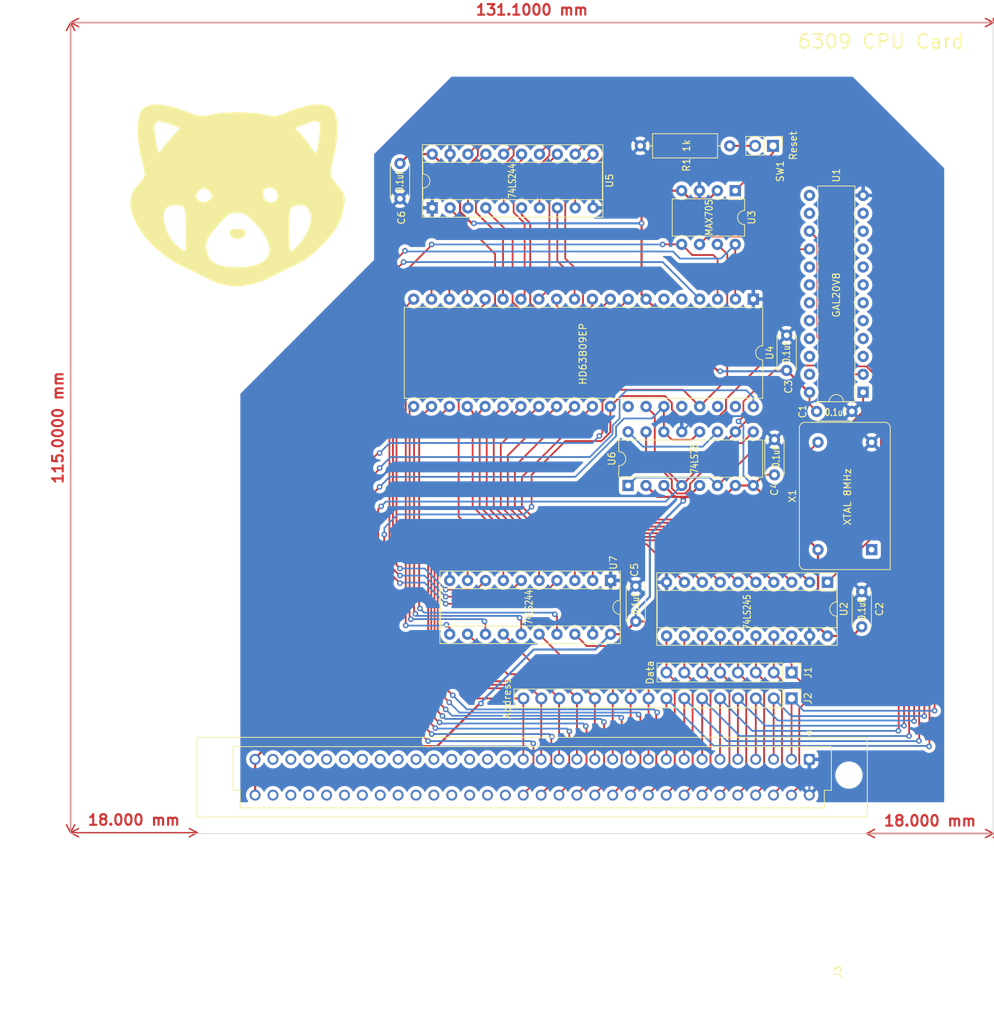
<source format=kicad_pcb>
(kicad_pcb (version 20211014) (generator pcbnew)

  (general
    (thickness 1.6)
  )

  (paper "A3")
  (layers
    (0 "F.Cu" signal)
    (31 "B.Cu" signal)
    (32 "B.Adhes" user "B.Adhesive")
    (33 "F.Adhes" user "F.Adhesive")
    (34 "B.Paste" user)
    (35 "F.Paste" user)
    (36 "B.SilkS" user "B.Silkscreen")
    (37 "F.SilkS" user "F.Silkscreen")
    (38 "B.Mask" user)
    (39 "F.Mask" user)
    (40 "Dwgs.User" user "User.Drawings")
    (41 "Cmts.User" user "User.Comments")
    (42 "Eco1.User" user "User.Eco1")
    (43 "Eco2.User" user "User.Eco2")
    (44 "Edge.Cuts" user)
    (45 "Margin" user)
    (46 "B.CrtYd" user "B.Courtyard")
    (47 "F.CrtYd" user "F.Courtyard")
    (48 "B.Fab" user)
    (49 "F.Fab" user)
    (50 "User.1" user)
    (51 "User.2" user)
    (52 "User.3" user)
    (53 "User.4" user)
    (54 "User.5" user)
    (55 "User.6" user)
    (56 "User.7" user)
    (57 "User.8" user)
    (58 "User.9" user)
  )

  (setup
    (stackup
      (layer "F.SilkS" (type "Top Silk Screen") (color "White"))
      (layer "F.Paste" (type "Top Solder Paste"))
      (layer "F.Mask" (type "Top Solder Mask") (color "#279D8578") (thickness 0.01))
      (layer "F.Cu" (type "copper") (thickness 0.035))
      (layer "dielectric 1" (type "core") (thickness 1.51) (material "FR4") (epsilon_r 4.5) (loss_tangent 0.02))
      (layer "B.Cu" (type "copper") (thickness 0.035))
      (layer "B.Mask" (type "Bottom Solder Mask") (color "#279D8578") (thickness 0.01))
      (layer "B.Paste" (type "Bottom Solder Paste"))
      (layer "B.SilkS" (type "Bottom Silk Screen") (color "White"))
      (copper_finish "None")
      (dielectric_constraints no)
    )
    (pad_to_mask_clearance 0)
    (solder_mask_min_width 0.05)
    (pcbplotparams
      (layerselection 0x00010fc_ffffffff)
      (disableapertmacros false)
      (usegerberextensions false)
      (usegerberattributes true)
      (usegerberadvancedattributes true)
      (creategerberjobfile true)
      (svguseinch false)
      (svgprecision 6)
      (excludeedgelayer true)
      (plotframeref false)
      (viasonmask false)
      (mode 1)
      (useauxorigin false)
      (hpglpennumber 1)
      (hpglpenspeed 20)
      (hpglpendiameter 15.000000)
      (dxfpolygonmode true)
      (dxfimperialunits true)
      (dxfusepcbnewfont true)
      (psnegative false)
      (psa4output false)
      (plotreference true)
      (plotvalue true)
      (plotinvisibletext false)
      (sketchpadsonfab false)
      (subtractmaskfromsilk false)
      (outputformat 1)
      (mirror false)
      (drillshape 0)
      (scaleselection 1)
      (outputdirectory "cpu_board/")
    )
  )

  (net 0 "")
  (net 1 "GND")
  (net 2 "Net-(J2-Pad1)")
  (net 3 "Net-(J2-Pad2)")
  (net 4 "Net-(J2-Pad3)")
  (net 5 "Net-(J2-Pad4)")
  (net 6 "Net-(J2-Pad5)")
  (net 7 "Net-(J2-Pad6)")
  (net 8 "Net-(J2-Pad7)")
  (net 9 "Net-(J2-Pad8)")
  (net 10 "unconnected-(J3-Pad18)")
  (net 11 "unconnected-(J3-Pad19)")
  (net 12 "unconnected-(J3-Pad20)")
  (net 13 "unconnected-(J3-Pad21)")
  (net 14 "unconnected-(J3-Pad22)")
  (net 15 "unconnected-(J3-Pad23)")
  (net 16 "VCC")
  (net 17 "unconnected-(J3-Pad24)")
  (net 18 "unconnected-(J3-Pad25)")
  (net 19 "unconnected-(J3-Pad26)")
  (net 20 "unconnected-(J3-Pad27)")
  (net 21 "unconnected-(J3-Pad28)")
  (net 22 "unconnected-(J3-Pad29)")
  (net 23 "unconnected-(J3-Pad30)")
  (net 24 "unconnected-(J3-Pad31)")
  (net 25 "unconnected-(J3-Pad34)")
  (net 26 "unconnected-(J3-Pad35)")
  (net 27 "unconnected-(J3-Pad36)")
  (net 28 "unconnected-(J3-Pad37)")
  (net 29 "unconnected-(J3-Pad38)")
  (net 30 "unconnected-(J3-Pad39)")
  (net 31 "unconnected-(J3-Pad40)")
  (net 32 "unconnected-(J3-Pad41)")
  (net 33 "unconnected-(J3-Pad42)")
  (net 34 "unconnected-(J3-Pad43)")
  (net 35 "unconnected-(J3-Pad44)")
  (net 36 "unconnected-(J3-Pad45)")
  (net 37 "unconnected-(J3-Pad46)")
  (net 38 "unconnected-(J3-Pad47)")
  (net 39 "unconnected-(U1-Pad3)")
  (net 40 "unconnected-(U1-Pad7)")
  (net 41 "Net-(SW1-Pad1)")
  (net 42 "/D0")
  (net 43 "/D1")
  (net 44 "/D2")
  (net 45 "/D3")
  (net 46 "/D4")
  (net 47 "/D5")
  (net 48 "/D6")
  (net 49 "/D7")
  (net 50 "/~{NMI}")
  (net 51 "/~{FIRQ}")
  (net 52 "/~{IRQ}")
  (net 53 "/~{RES}")
  (net 54 "/~{HALT}")
  (net 55 "/Q")
  (net 56 "/E")
  (net 57 "/R{slash}~{W}")
  (net 58 "unconnected-(U1-Pad4)")
  (net 59 "unconnected-(U1-Pad5)")
  (net 60 "unconnected-(U1-Pad6)")
  (net 61 "unconnected-(U1-Pad8)")
  (net 62 "unconnected-(U4-Pad5)")
  (net 63 "unconnected-(U4-Pad6)")
  (net 64 "unconnected-(U1-Pad9)")
  (net 65 "unconnected-(U1-Pad10)")
  (net 66 "unconnected-(U1-Pad11)")
  (net 67 "unconnected-(U1-Pad13)")
  (net 68 "unconnected-(U1-Pad14)")
  (net 69 "Net-(U1-Pad15)")
  (net 70 "Net-(U1-Pad16)")
  (net 71 "unconnected-(U1-Pad17)")
  (net 72 "unconnected-(U1-Pad18)")
  (net 73 "unconnected-(U1-Pad19)")
  (net 74 "unconnected-(U1-Pad20)")
  (net 75 "unconnected-(U1-Pad21)")
  (net 76 "unconnected-(U1-Pad22)")
  (net 77 "unconnected-(U1-Pad23)")
  (net 78 "Net-(U6-Pad1)")
  (net 79 "Net-(U6-Pad15)")
  (net 80 "Net-(U6-Pad11)")
  (net 81 "unconnected-(X1-Pad1)")
  (net 82 "Net-(J1-Pad1)")
  (net 83 "Net-(J1-Pad2)")
  (net 84 "Net-(R1-Pad2)")
  (net 85 "Net-(J1-Pad3)")
  (net 86 "Net-(J1-Pad4)")
  (net 87 "Net-(J1-Pad5)")
  (net 88 "Net-(J1-Pad6)")
  (net 89 "unconnected-(U4-Pad33)")
  (net 90 "unconnected-(U4-Pad36)")
  (net 91 "unconnected-(U4-Pad38)")
  (net 92 "unconnected-(U4-Pad39)")
  (net 93 "/A0")
  (net 94 "/A1")
  (net 95 "/A2")
  (net 96 "/A3")
  (net 97 "/A4")
  (net 98 "/A5")
  (net 99 "/A6")
  (net 100 "/A7")
  (net 101 "/A8")
  (net 102 "/A9")
  (net 103 "/A10")
  (net 104 "/A11")
  (net 105 "/A12")
  (net 106 "/A13")
  (net 107 "/A14")
  (net 108 "/A15")
  (net 109 "Net-(J1-Pad7)")
  (net 110 "Net-(J1-Pad8)")
  (net 111 "Net-(J2-Pad9)")
  (net 112 "Net-(J2-Pad10)")
  (net 113 "Net-(J2-Pad11)")
  (net 114 "Net-(J2-Pad12)")
  (net 115 "Net-(J2-Pad13)")
  (net 116 "Net-(J2-Pad14)")
  (net 117 "Net-(J2-Pad15)")
  (net 118 "Net-(J2-Pad16)")

  (footprint "Package_DIP:DIP-20_W7.62mm_Socket" (layer "F.Cu") (at 153.535305 137.748115 -90))

  (footprint "Capacitor_THT:C_Disc_D4.7mm_W2.5mm_P5.00mm" (layer "F.Cu") (at 147.734529 102.683464 -90))

  (footprint "Connector_PinHeader_2.54mm:PinHeader_1x02_P2.54mm_Vertical" (layer "F.Cu") (at 145.8 75.798464 -90))

  (footprint "Package_DIP:DIP-40_W15.24mm" (layer "F.Cu") (at 143 97.558464 -90))

  (footprint "Package_DIP:DIP-16_W7.62mm" (layer "F.Cu") (at 125.212635 124.014673 90))

  (footprint "card_bus_2_32:PinSocket_2x32_P2.54mm_Vertical" (layer "F.Cu") (at 152.226233 164.736412 -90))

  (footprint "Package_DIP:DIP-20_W7.62mm_Socket" (layer "F.Cu") (at 97.375 84.598464 90))

  (footprint "Capacitor_THT:C_Disc_D4.7mm_W2.5mm_P5.00mm" (layer "F.Cu") (at 126.3 143.298464 90))

  (footprint "Capacitor_THT:C_Disc_D4.7mm_W2.5mm_P5.00mm" (layer "F.Cu") (at 146 122.5 90))

  (footprint "Capacitor_THT:C_Disc_D4.7mm_W2.5mm_P5.00mm" (layer "F.Cu") (at 92.8 78.298464 -90))

  (footprint "Package_DIP:DIP-8_W7.62mm" (layer "F.Cu") (at 140.431269 82.163023 -90))

  (footprint "Connector_PinHeader_2.54mm:PinHeader_1x16_P2.54mm_Vertical" (layer "F.Cu") (at 148.436244 154.243101 -90))

  (footprint "Resistor_THT:R_Axial_DIN0309_L9.0mm_D3.2mm_P12.70mm_Horizontal" (layer "F.Cu") (at 126.95 75.798464))

  (footprint "Capacitor_THT:C_Disc_D4.7mm_W2.5mm_P5.00mm" (layer "F.Cu") (at 158.40528 144.071504 90))

  (footprint "Package_DIP:DIP-24_W7.62mm" (layer "F.Cu") (at 158.6 110.773464 180))

  (footprint "Package_DIP:DIP-20_W7.62mm_Socket" (layer "F.Cu") (at 122.725 137.498464 -90))

  (footprint "Connector_PinHeader_2.54mm:PinHeader_1x08_P2.54mm_Vertical" (layer "F.Cu") (at 148.436244 150.558577 -90))

  (footprint "Oscillator:Oscillator_DIP-14" (layer "F.Cu") (at 159.81 133.12 90))

  (footprint "Capacitor_THT:C_Disc_D4.7mm_W2.5mm_P5.00mm" (layer "F.Cu") (at 152 113.5))

  (gr_poly
    (pts
      (xy 69.885023 87.669193)
      (xy 70.027426 87.674455)
      (xy 70.093092 87.678504)
      (xy 70.155153 87.683542)
      (xy 70.213675 87.6896)
      (xy 70.268721 87.696711)
      (xy 70.320357 87.704907)
      (xy 70.368646 87.71422)
      (xy 70.413654 87.724684)
      (xy 70.455445 87.736329)
      (xy 70.494084 87.749189)
      (xy 70.529636 87.763295)
      (xy 70.562164 87.778681)
      (xy 70.591734 87.795378)
      (xy 70.618409 87.813418)
      (xy 70.642256 87.832834)
      (xy 70.663338 87.853659)
      (xy 70.68172 87.875924)
      (xy 70.697466 87.899662)
      (xy 70.710641 87.924904)
      (xy 70.72131 87.951685)
      (xy 70.729537 87.980035)
      (xy 70.735388 88.009987)
      (xy 70.738925 88.041573)
      (xy 70.740215 88.074825)
      (xy 70.739321 88.109777)
      (xy 70.736309 88.14646)
      (xy 70.731242 88.184906)
      (xy 70.724186 88.225148)
      (xy 70.715205 88.267218)
      (xy 70.697523 88.344113)
      (xy 70.671315 88.416046)
      (xy 70.637148 88.483019)
      (xy 70.595591 88.545031)
      (xy 70.547214 88.602081)
      (xy 70.492583 88.654171)
      (xy 70.432268 88.7013)
      (xy 70.366837 88.743468)
      (xy 70.296859 88.780675)
      (xy 70.222901 88.812921)
      (xy 70.145533 88.840206)
      (xy 70.065322 88.862531)
      (xy 69.982838 88.879894)
      (xy 69.898649 88.892296)
      (xy 69.813322 88.899738)
      (xy 69.727427 88.902218)
      (xy 69.641533 88.899738)
      (xy 69.556206 88.892296)
      (xy 69.472017 88.879894)
      (xy 69.389532 88.862531)
      (xy 69.309322 88.840206)
      (xy 69.231954 88.812921)
      (xy 69.157996 88.780675)
      (xy 69.088018 88.743468)
      (xy 69.022587 88.7013)
      (xy 68.962272 88.654171)
      (xy 68.907641 88.602081)
      (xy 68.859263 88.545031)
      (xy 68.817707 88.483019)
      (xy 68.78354 88.416046)
      (xy 68.757332 88.344113)
      (xy 68.73965 88.267218)
      (xy 68.723613 88.184906)
      (xy 68.715534 88.109777)
      (xy 68.714641 88.074825)
      (xy 68.71593 88.041573)
      (xy 68.719468 88.009987)
      (xy 68.725318 87.980035)
      (xy 68.733545 87.951685)
      (xy 68.744215 87.924904)
      (xy 68.75739 87.899662)
      (xy 68.773136 87.875924)
      (xy 68.791518 87.853659)
      (xy 68.8126 87.832834)
      (xy 68.836446 87.813418)
      (xy 68.863122 87.795378)
      (xy 68.892692 87.778681)
      (xy 68.92522 87.763295)
      (xy 68.960771 87.749189)
      (xy 68.99941 87.736329)
      (xy 69.086209 87.71422)
      (xy 69.186134 87.696711)
      (xy 69.299702 87.683542)
      (xy 69.427428 87.674455)
      (xy 69.569831 87.669193)
      (xy 69.727427 87.667496)
    ) (layer "F.SilkS") (width 0.2) (fill solid) (tstamp 142cde87-b3f2-407a-913e-e130d5acf3ef))
  (gr_poly
    (pts
      (xy 81.47585 70.028979)
      (xy 81.653798 70.041185)
      (xy 81.824881 70.059959)
      (xy 81.988909 70.085323)
      (xy 82.145697 70.117294)
      (xy 82.295056 70.155893)
      (xy 82.436799 70.201139)
      (xy 82.570739 70.253051)
      (xy 82.696688 70.311649)
      (xy 82.81446 70.376952)
      (xy 82.923866 70.448979)
      (xy 83.02472 70.52775)
      (xy 83.116835 70.613284)
      (xy 83.200022 70.705601)
      (xy 83.274094 70.80472)
      (xy 83.398126 71.009384)
      (xy 83.505674 71.251411)
      (xy 83.596788 71.528474)
      (xy 83.67152 71.838249)
      (xy 83.729923 72.178409)
      (xy 83.772048 72.546629)
      (xy 83.797947 72.940585)
      (xy 83.80767 73.357949)
      (xy 83.801271 73.796398)
      (xy 83.7788 74.253605)
      (xy 83.74031 74.727246)
      (xy 83.685851 75.214994)
      (xy 83.615477 75.714524)
      (xy 83.529237 76.223511)
      (xy 83.427185 76.73963)
      (xy 83.309371 77.260554)
      (xy 83.090538 78.193417)
      (xy 83.006753 78.57528)
      (xy 82.941159 78.909239)
      (xy 82.915441 79.06024)
      (xy 82.894581 79.20165)
      (xy 82.878682 79.334261)
      (xy 82.867847 79.458869)
      (xy 82.86218 79.576268)
      (xy 82.861783 79.687253)
      (xy 82.866762 79.792618)
      (xy 82.877217 79.893157)
      (xy 82.893254 79.989666)
      (xy 82.914976 80.082939)
      (xy 82.942485 80.17377)
      (xy 82.975885 80.262954)
      (xy 83.01528 80.351285)
      (xy 83.060772 80.439558)
      (xy 83.112466 80.528567)
      (xy 83.170464 80.619108)
      (xy 83.23487 80.711973)
      (xy 83.305787 80.807959)
      (xy 83.467569 81.012468)
      (xy 83.656636 81.238992)
      (xy 83.873815 81.493886)
      (xy 84.043021 81.684822)
      (xy 84.193934 81.862167)
      (xy 84.327277 82.028039)
      (xy 84.443773 82.184559)
      (xy 84.544146 82.333843)
      (xy 84.629119 82.478012)
      (xy 84.699416 82.619183)
      (xy 84.729288 82.689307)
      (xy 84.755761 82.759476)
      (xy 84.778927 82.829955)
      (xy 84.798876 82.901009)
      (xy 84.815699 82.972903)
      (xy 84.829486 83.045901)
      (xy 84.848314 83.196271)
      (xy 84.856082 83.354237)
      (xy 84.853516 83.521919)
      (xy 84.841337 83.701434)
      (xy 84.820271 83.894902)
      (xy 84.791039 84.104441)
      (xy 84.774175 84.248894)
      (xy 84.750387 84.403476)
      (xy 84.72019 84.566739)
      (xy 84.684103 84.737236)
      (xy 84.596321 85.094148)
      (xy 84.491177 85.462636)
      (xy 84.372803 85.831123)
      (xy 84.245334 86.188035)
      (xy 84.112905 86.521796)
      (xy 83.979649 86.82083)
      (xy 83.808954 87.152774)
      (xy 83.591388 87.510194)
      (xy 83.33217 87.887975)
      (xy 83.036521 88.281)
      (xy 82.709659 88.684154)
      (xy 82.356804 89.09232)
      (xy 81.983175 89.500383)
      (xy 81.593991 89.903227)
      (xy 81.194472 90.295735)
      (xy 80.789836 90.672792)
      (xy 80.385305 91.029282)
      (xy 79.986096 91.360088)
      (xy 79.597428 91.660095)
      (xy 79.224523 91.924188)
      (xy 78.872597 92.147248)
      (xy 78.546872 92.324162)
      (xy 76.897635 93.117913)
      (xy 75.78859 93.663616)
      (xy 74.666316 94.229163)
      (xy 74.0316 94.534674)
      (xy 73.410165 94.802978)
      (xy 72.801236 95.034075)
      (xy 72.204038 95.227965)
      (xy 71.617794 95.384648)
      (xy 71.041731 95.504124)
      (xy 70.475073 95.586393)
      (xy 69.917045 95.631455)
      (xy 69.366872 95.63931)
      (xy 68.823779 95.609957)
      (xy 68.28699 95.543398)
      (xy 67.75573 95.439632)
      (xy 67.229225 95.298659)
      (xy 66.706699 95.120479)
      (xy 66.187377 94.905091)
      (xy 65.670484 94.652497)
      (xy 64.832636 94.226959)
      (xy 63.836039 93.735275)
      (xy 62.812983 93.24359)
      (xy 61.895761 92.818051)
      (xy 61.393837 92.56662)
      (xy 60.894961 92.289918)
      (xy 60.401357 91.989963)
      (xy 59.915245 91.668768)
      (xy 59.438849 91.328349)
      (xy 58.97439 90.970723)
      (xy 58.52409 90.597903)
      (xy 58.090172 90.211906)
      (xy 57.674857 89.814747)
      (xy 57.280368 89.408441)
      (xy 56.908926 88.995004)
      (xy 56.562754 88.576451)
      (xy 56.244074 88.154797)
      (xy 55.955108 87.732058)
      (xy 55.698078 87.31025)
      (xy 55.475207 86.891387)
      (xy 55.258588 86.440079)
      (xy 55.071786 86.011096)
      (xy 55.014119 85.861055)
      (xy 59.145565 85.861055)
      (xy 59.149409 86.046253)
      (xy 59.184816 86.432086)
      (xy 59.255673 86.833423)
      (xy 59.360172 87.244164)
      (xy 59.496503 87.658213)
      (xy 59.662858 88.069471)
      (xy 59.857428 88.471841)
      (xy 60.078405 88.859225)
      (xy 60.32398 89.225525)
      (xy 60.592345 89.564642)
      (xy 60.734507 89.722102)
      (xy 60.881689 89.87048)
      (xy 61.033665 90.009014)
      (xy 61.190206 90.136941)
      (xy 61.276515 90.208814)
      (xy 61.363081 90.278672)
      (xy 61.449338 90.346153)
      (xy 61.534716 90.410895)
      (xy 61.618647 90.472536)
      (xy 61.700562 90.530716)
      (xy 61.779894 90.585071)
      (xy 61.856074 90.63524)
      (xy 61.928533 90.680862)
      (xy 61.996703 90.721574)
      (xy 62.060015 90.757016)
      (xy 62.117901 90.786825)
      (xy 62.169793 90.810639)
      (xy 62.215122 90.828097)
      (xy 62.253319 90.838837)
      (xy 62.269566 90.841575)
      (xy 62.283817 90.842498)
      (xy 62.31245 90.825986)
      (xy 62.338835 90.77779)
      (xy 62.384965 90.594382)
      (xy 62.422413 90.308344)
      (xy 62.449137 89.964686)
      (xy 65.190307 89.964686)
      (xy 65.196361 90.150549)
      (xy 65.211873 90.348607)
      (xy 65.258321 90.705467)
      (xy 65.332107 91.035559)
      (xy 65.379525 91.190728)
      (xy 65.434107 91.339399)
      (xy 65.495963 91.481636)
      (xy 65.565202 91.617504)
      (xy 65.641934 91.747068)
      (xy 65.726269 91.870392)
      (xy 65.818316 91.98754)
      (xy 65.918186 92.098578)
      (xy 66.025989 92.203569)
      (xy 66.141833 92.302579)
      (xy 66.26583 92.395672)
      (xy 66.398088 92.482913)
      (xy 66.538718 92.564366)
      (xy 66.687829 92.640095)
      (xy 67.011935 92.774644)
      (xy 67.371284 92.887074)
      (xy 67.766755 92.977904)
      (xy 68.199227 93.04765)
      (xy 68.669577 93.096829)
      (xy 69.178684 93.125958)
      (xy 69.727427 93.135552)
      (xy 70.176061 93.127851)
      (xy 70.602447 93.104951)
      (xy 71.006458 93.067155)
      (xy 71.387964 93.014767)
      (xy 71.746835 92.948091)
      (xy 72.082943 92.867429)
      (xy 72.396158 92.773086)
      (xy 72.686351 92.665366)
      (xy 72.953394 92.544571)
      (xy 73.197156 92.411006)
      (xy 73.417508 92.264974)
      (xy 73.614322 92.106778)
      (xy 73.787468 91.936723)
      (xy 73.936818 91.755111)
      (xy 74.062241 91.562247)
      (xy 74.163608 91.358434)
      (xy 74.240791 91.143976)
      (xy 74.293661 90.919176)
      (xy 74.322087 90.684338)
      (xy 74.325941 90.439765)
      (xy 74.305094 90.185761)
      (xy 74.259416 89.92263)
      (xy 74.188779 89.650676)
      (xy 74.093053 89.370201)
      (xy 73.972108 89.081509)
      (xy 73.825817 88.784904)
      (xy 73.654049 88.480691)
      (xy 73.456675 88.169171)
      (xy 73.287516 87.927671)
      (xy 76.963783 87.927671)
      (xy 76.984247 89.013772)
      (xy 77.038197 89.94567)
      (xy 77.077342 90.31439)
      (xy 77.124393 90.597276)
      (xy 77.179196 90.778565)
      (xy 77.209456 90.826186)
      (xy 77.241595 90.842498)
      (xy 77.30726 90.836385)
      (xy 77.378305 90.818399)
      (xy 77.454325 90.789071)
      (xy 77.534911 90.748929)
      (xy 77.708156 90.638324)
      (xy 77.894786 90.490822)
      (xy 78.091544 90.310661)
      (xy 78.295174 90.102078)
      (xy 78.502423 89.86931)
      (xy 78.710033 89.616595)
      (xy 78.914749 89.34817)
      (xy 79.113315 89.068273)
      (xy 79.302477 88.781141)
      (xy 79.478977 88.491012)
      (xy 79.639562 88.202124)
      (xy 79.780974 87.918713)
      (xy 79.899959 87.645017)
      (xy 79.99326 87.385274)
      (xy 80.049079 87.180058)
      (xy 80.097509 86.98709)
      (xy 80.1386 86.805387)
      (xy 80.172405 86.633968)
      (xy 80.198975 86.471851)
      (xy 80.218362 86.318053)
      (xy 80.230618 86.171593)
      (xy 80.235794 86.03149)
      (xy 80.233943 85.896761)
      (xy 80.225115 85.766424)
      (xy 80.209362 85.639499)
      (xy 80.186737 85.515002)
      (xy 80.15729 85.391951)
      (xy 80.121073 85.269366)
      (xy 80.078139 85.146265)
      (xy 80.028539 85.021664)
      (xy 79.968499 84.907115)
      (xy 79.907065 84.801454)
      (xy 79.843667 84.704474)
      (xy 79.777736 84.61597)
      (xy 79.708705 84.535733)
      (xy 79.636005 84.463559)
      (xy 79.559067 84.399239)
      (xy 79.518832 84.36996)
      (xy 79.477324 84.342567)
      (xy 79.434472 84.317034)
      (xy 79.390206 84.293336)
      (xy 79.344454 84.271447)
      (xy 79.297145 84.251341)
      (xy 79.197573 84.216373)
      (xy 79.090922 84.188227)
      (xy 78.976622 84.166695)
      (xy 78.854105 84.151571)
      (xy 78.722804 84.142648)
      (xy 78.582148 84.13972)
      (xy 78.476014 84.142148)
      (xy 78.369724 84.149228)
      (xy 78.263951 84.160649)
      (xy 78.159367 84.1761)
      (xy 78.056643 84.195272)
      (xy 77.956451 84.217854)
      (xy 77.859463 84.243538)
      (xy 77.766351 84.272011)
      (xy 77.677786 84.302965)
      (xy 77.594441 84.33609)
      (xy 77.516987 84.371075)
      (xy 77.446095 84.40761)
      (xy 77.382439 84.445386)
      (xy 77.326689 84.484092)
      (xy 77.279517 84.523418)
      (xy 77.259358 84.543216)
      (xy 77.241595 84.563054)
      (xy 77.206452 84.633832)
      (xy 77.17377 84.732406)
      (xy 77.115711 85.005059)
      (xy 77.067265 85.365252)
      (xy 77.028275 85.797224)
      (xy 76.978045 86.813458)
      (xy 76.963783 87.927671)
      (xy 73.287516 87.927671)
      (xy 73.233566 87.850649)
      (xy 72.984594 87.525429)
      (xy 72.709628 87.193813)
      (xy 72.40854 86.856106)
      (xy 72.179191 86.610756)
      (xy 71.96612 86.389848)
      (xy 71.767416 86.192194)
      (xy 71.581165 86.016607)
      (xy 71.405457 85.861896)
      (xy 71.238378 85.726874)
      (xy 71.078018 85.610353)
      (xy 70.922463 85.511142)
      (xy 70.84589 85.467658)
      (xy 70.769802 85.428055)
      (xy 70.693959 85.392187)
      (xy 70.618123 85.359903)
      (xy 70.542054 85.331055)
      (xy 70.465514 85.305496)
      (xy 70.388263 85.283076)
      (xy 70.310063 85.263647)
      (xy 70.149857 85.233166)
      (xy 69.982985 85.212866)
      (xy 69.807535 85.201558)
      (xy 69.621594 85.198052)
      (xy 69.430598 85.201626)
      (xy 69.252832 85.213417)
      (xy 69.085813 85.235027)
      (xy 68.927064 85.268057)
      (xy 68.774101 85.314109)
      (xy 68.624447 85.374786)
      (xy 68.475618 85.451689)
      (xy 68.325137 85.546421)
      (xy 68.170521 85.660582)
      (xy 68.00929 85.795777)
      (xy 67.838965 85.953605)
      (xy 67.657064 86.13567)
      (xy 67.461107 86.343573)
      (xy 67.248613 86.578916)
      (xy 66.764095 87.138331)
      (xy 66.512956 87.435608)
      (xy 66.287914 87.707461)
      (xy 66.08778 87.956575)
      (xy 65.911365 88.18564)
      (xy 65.757482 88.397341)
      (xy 65.62494 88.594366)
      (xy 65.512552 88.779402)
      (xy 65.463545 88.868264)
      (xy 65.41913 88.955136)
      (xy 65.379159 89.040355)
      (xy 65.343484 89.124256)
      (xy 65.311956 89.207175)
      (xy 65.284427 89.289448)
      (xy 65.260747 89.371411)
      (xy 65.240769 89.4534)
      (xy 65.224343 89.535751)
      (xy 65.211322 89.618799)
      (xy 65.201556 89.702881)
      (xy 65.194897 89.788332)
      (xy 65.190307 89.964686)
      (xy 62.449137 89.964686)
      (xy 62.451387 89.935748)
      (xy 62.484735 88.995168)
      (xy 62.486664 87.901213)
      (xy 62.458828 86.782452)
      (xy 62.40288 85.767458)
      (xy 62.36488 85.339052)
      (xy 62.320473 84.984802)
      (xy 62.269864 84.720779)
      (xy 62.213262 84.563054)
      (xy 62.176235 84.514895)
      (xy 62.131613 84.469649)
      (xy 62.079859 84.427335)
      (xy 62.021439 84.387974)
      (xy 61.956817 84.351584)
      (xy 61.88646 84.318185)
      (xy 61.730397 84.260436)
      (xy 61.556971 84.214883)
      (xy 61.369902 84.181681)
      (xy 61.172912 84.160985)
      (xy 60.96972 84.152949)
      (xy 60.764048 84.157729)
      (xy 60.559616 84.17548)
      (xy 60.360145 84.206357)
      (xy 60.169356 84.250514)
      (xy 59.990969 84.308108)
      (xy 59.907589 84.341991)
      (xy 59.828705 84.379292)
      (xy 59.754781 84.420029)
      (xy 59.686284 84.464222)
      (xy 59.623678 84.511891)
      (xy 59.567429 84.563054)
      (xy 59.477267 84.665349)
      (xy 59.398455 84.779905)
      (xy 59.330767 84.905959)
      (xy 59.273975 85.042749)
      (xy 59.227855 85.189512)
      (xy 59.19218 85.345486)
      (xy 59.166724 85.50991)
      (xy 59.151261 85.68202)
      (xy 59.145565 85.861055)
      (xy 55.014119 85.861055)
      (xy 54.914853 85.602783)
      (xy 54.787841 85.213488)
      (xy 54.735571 85.025454)
      (xy 54.690801 84.841555)
      (xy 54.653537 84.661583)
      (xy 54.623786 84.485332)
      (xy 54.601553 84.312595)
      (xy 54.586846 84.143165)
      (xy 54.57967 83.976836)
      (xy 54.580033 83.813401)
      (xy 54.58794 83.652653)
      (xy 54.603399 83.494385)
      (xy 54.626416 83.338391)
      (xy 54.656996 83.184464)
      (xy 54.695148 83.032398)
      (xy 54.733544 82.9061)
      (xy 63.775957 82.9061)
      (xy 63.780917 83.003844)
      (xy 63.795896 83.099146)
      (xy 63.820421 83.191529)
      (xy 63.854023 83.280513)
      (xy 63.896229 83.365622)
      (xy 63.946567 83.446377)
      (xy 64.004566 83.522301)
      (xy 64.069755 83.592914)
      (xy 64.141662 83.65774)
      (xy 64.219815 83.7163)
      (xy 64.303743 83.768117)
      (xy 64.392974 83.812711)
      (xy 64.487037 83.849606)
      (xy 64.58546 83.878323)
      (xy 64.687772 83.898384)
      (xy 64.793501 83.909312)
      (xy 64.902175 83.910627)
      (xy 65.013323 83.901853)
      (xy 65.126474 83.882511)
      (xy 65.241156 83.852123)
      (xy 65.356897 83.810211)
      (xy 65.473227 83.756297)
      (xy 65.589672 83.689904)
      (xy 65.705762 83.610552)
      (xy 65.799624 83.539739)
      (xy 65.88284 83.472335)
      (xy 65.955514 83.407619)
      (xy 65.98793 83.376043)
      (xy 66.01775 83.344867)
      (xy 66.044985 83.314001)
      (xy 66.06965 83.283355)
      (xy 66.091757 83.252837)
      (xy 66.111318 83.222359)
      (xy 66.128348 83.191829)
      (xy 66.142858 83.161157)
      (xy 66.154862 83.130252)
      (xy 66.164373 83.099025)
      (xy 66.171403 83.067384)
      (xy 66.175965 83.035239)
      (xy 66.178073 83.0025)
      (xy 66.177739 82.969076)
      (xy 66.174977 82.934877)
      (xy 66.169798 82.899812)
      (xy 66.162217 82.863791)
      (xy 66.152246 82.826724)
      (xy 66.139897 82.78852)
      (xy 66.125184 82.749089)
      (xy 66.10812 82.70834)
      (xy 66.088718 82.666183)
      (xy 66.063569 82.617332)
      (xy 73.24232 82.617332)
      (xy 73.245734 82.68557)
      (xy 73.252733 82.754214)
      (xy 73.263258 82.823027)
      (xy 73.277253 82.891768)
      (xy 73.294658 82.9602)
      (xy 73.315416 83.028082)
      (xy 73.339468 83.095177)
      (xy 73.366757 83.161244)
      (xy 73.397223 83.226045)
      (xy 73.43081 83.289341)
      (xy 73.467458 83.350893)
      (xy 73.50711 83.410462)
      (xy 73.549707 83.467809)
      (xy 73.595192 83.522695)
      (xy 73.643507 83.57488)
      (xy 73.694592 83.624127)
      (xy 73.748391 83.670196)
      (xy 73.804844 83.712847)
      (xy 73.863894 83.751842)
      (xy 73.925483 83.786942)
      (xy 74.017941 83.82905)
      (xy 74.109933 83.862941)
      (xy 74.201203 83.888874)
      (xy 74.29149 83.907107)
      (xy 74.380537 83.917898)
      (xy 74.468086 83.921507)
      (xy 74.553878 83.918191)
      (xy 74.637654 83.908209)
      (xy 74.719156 83.891819)
      (xy 74.798126 83.869279)
      (xy 74.874306 83.840849)
      (xy 74.947437 83.806785)
      (xy 75.01726 83.767347)
      (xy 75.083518 83.722794)
      (xy 75.145952 83.673383)
      (xy 75.204303 83.619372)
      (xy 75.258314 83.561021)
      (xy 75.307725 83.498587)
      (xy 75.352279 83.432329)
      (xy 75.391716 83.362506)
      (xy 75.425779 83.289375)
      (xy 75.45421 83.213195)
      (xy 75.476749 83.134225)
      (xy 75.493139 83.052723)
      (xy 75.503121 82.968947)
      (xy 75.506437 82.883155)
      (xy 75.502828 82.795607)
      (xy 75.492036 82.706559)
      (xy 75.473803 82.616272)
      (xy 75.44787 82.525003)
      (xy 75.413979 82.43301)
      (xy 75.371871 82.340552)
      (xy 75.336771 82.278964)
      (xy 75.297776 82.219914)
      (xy 75.255124 82.16346)
      (xy 75.209056 82.109662)
      (xy 75.159809 82.058577)
      (xy 75.107624 82.010263)
      (xy 75.052738 81.964778)
      (xy 74.995391 81.92218)
      (xy 74.935822 81.882528)
      (xy 74.87427 81.84588)
      (xy 74.810974 81.812294)
      (xy 74.746173 81.781827)
      (xy 74.680106 81.754539)
      (xy 74.613012 81.730487)
      (xy 74.545129 81.709729)
      (xy 74.476698 81.692324)
      (xy 74.407957 81.678329)
      (xy 74.339144 81.667803)
      (xy 74.2705 81.660805)
      (xy 74.202262 81.657391)
      (xy 74.13467 81.65762)
      (xy 74.067964 81.661551)
      (xy 74.002381 81.669241)
      (xy 73.938161 81.680748)
      (xy 73.875543 81.696132)
      (xy 73.814767 81.715449)
      (xy 73.75607 81.738759)
      (xy 73.699692 81.766118)
      (xy 73.645872 81.797586)
      (xy 73.594849 81.83322)
      (xy 73.546862 81.873078)
      (xy 73.50215 81.91722)
      (xy 73.458009 81.961932)
      (xy 73.41815 82.009919)
      (xy 73.382516 82.060942)
      (xy 73.351048 82.114761)
      (xy 73.323688 82.171139)
      (xy 73.300379 82.229836)
      (xy 73.281062 82.290613)
      (xy 73.265678 82.353231)
      (xy 73.25417 82.417451)
      (xy 73.24648 82.483034)
      (xy 73.242549 82.54974)
      (xy 73.24232 82.617332)
      (xy 66.063569 82.617332)
      (xy 66.04295 82.577282)
      (xy 65.987984 82.481663)
      (xy 65.94087 82.407561)
      (xy 65.892193 82.337392)
      (xy 65.842043 82.271163)
      (xy 65.790511 82.208881)
      (xy 65.737687 82.150552)
      (xy 65.683661 82.096183)
      (xy 65.628524 82.045781)
      (xy 65.572367 81.999351)
      (xy 65.51528 81.956899)
      (xy 65.457353 81.918434)
      (xy 65.398676 81.88396)
      (xy 65.339341 81.853485)
      (xy 65.279437 81.827015)
      (xy 65.219055 81.804556)
      (xy 65.158286 81.786116)
      (xy 65.09722 81.771699)
      (xy 65.035946 81.761313)
      (xy 64.974557 81.754964)
      (xy 64.913142 81.752659)
      (xy 64.851791 81.754405)
      (xy 64.790595 81.760206)
      (xy 64.729645 81.770071)
      (xy 64.669031 81.784006)
      (xy 64.608843 81.802016)
      (xy 64.549172 81.824109)
      (xy 64.490108 81.850291)
      (xy 64.431741 81.880568)
      (xy 64.374163 81.914947)
      (xy 64.317463 81.953434)
      (xy 64.261733 81.996036)
      (xy 64.207061 82.042759)
      (xy 64.15354 82.09361)
      (xy 64.061374 82.193679)
      (xy 63.982999 82.29513)
      (xy 63.917943 82.397486)
      (xy 63.865736 82.500268)
      (xy 63.825906 82.602999)
      (xy 63.79798 82.7052)
      (xy 63.781488 82.806393)
      (xy 63.775957 82.9061)
      (xy 54.733544 82.9061)
      (xy 54.740876 82.881985)
      (xy 54.794188 82.733019)
      (xy 54.855089 82.585293)
      (xy 54.923587 82.438601)
      (xy 54.999689 82.292736)
      (xy 55.083399 82.14749)
      (xy 55.174725 82.002659)
      (xy 55.273674 81.858033)
      (xy 55.380251 81.713408)
      (xy 55.616317 81.423331)
      (xy 56.021047 80.970094)
      (xy 56.181089 80.781045)
      (xy 56.314156 80.608635)
      (xy 56.421178 80.44656)
      (xy 56.465213 80.367429)
      (xy 56.503085 80.288516)
      (xy 56.534911 80.209036)
      (xy 56.560808 80.128199)
      (xy 56.58089 80.045217)
      (xy 56.595276 79.959303)
      (xy 56.60408 79.869668)
      (xy 56.60742 79.775525)
      (xy 56.59817 79.570559)
      (xy 56.568456 79.338101)
      (xy 56.519208 79.071847)
      (xy 56.451357 78.765492)
      (xy 56.365832 78.412731)
      (xy 56.145484 77.542776)
      (xy 56.021857 77.042324)
      (xy 55.915489 76.535567)
      (xy 55.826279 76.026124)
      (xy 55.754121 75.51761)
      (xy 55.698914 75.013644)
      (xy 55.660553 74.517843)
      (xy 55.638935 74.033825)
      (xy 55.633956 73.565206)
      (xy 55.641481 73.272493)
      (xy 57.803255 73.272493)
      (xy 57.806908 73.425854)
      (xy 57.816562 73.590699)
      (xy 57.85271 73.955414)
      (xy 57.909373 74.367775)
      (xy 57.985225 74.847677)
      (xy 58.054825 75.270114)
      (xy 58.11936 75.637155)
      (xy 58.18002 75.950865)
      (xy 58.209267 76.088368)
      (xy 58.237992 76.213313)
      (xy 58.266342 76.325959)
      (xy 58.294466 76.426564)
      (xy 58.322512 76.515388)
      (xy 58.350629 76.592687)
      (xy 58.378966 76.658721)
      (xy 58.407671 76.713748)
      (xy 58.436893 76.758026)
      (xy 58.466781 76.791814)
      (xy 58.48202 76.804854)
      (xy 58.497482 76.815369)
      (xy 58.513184 76.823391)
      (xy 58.529146 76.828952)
      (xy 58.545385 76.832083)
      (xy 58.56192 76.832819)
      (xy 58.578771 76.83119)
      (xy 58.595955 76.827229)
      (xy 58.61349 76.820969)
      (xy 58.631397 76.812441)
      (xy 58.668396 76.788713)
      (xy 58.707101 76.756303)
      (xy 58.747659 76.71547)
      (xy 58.79022 76.666472)
      (xy 58.834932 76.609567)
      (xy 58.881944 76.545015)
      (xy 58.931404 76.473072)
      (xy 59.038262 76.308052)
      (xy 59.175997 76.129183)
      (xy 59.346391 75.915587)
      (xy 59.757046 75.417289)
      (xy 60.214004 74.879303)
      (xy 60.661039 74.367775)
      (xy 61.719373 73.238887)
      (xy 77.735484 73.238887)
      (xy 78.617429 74.191386)
      (xy 78.80994 74.404982)
      (xy 79.0132 74.643382)
      (xy 79.221422 74.898319)
      (xy 79.428816 75.161524)
      (xy 79.629596 75.42473)
      (xy 79.817974 75.679667)
      (xy 79.988162 75.918067)
      (xy 80.134372 76.131663)
      (xy 80.200052 76.229151)
      (xy 80.264596 76.322866)
      (xy 80.327693 76.412344)
      (xy 80.389033 76.497119)
      (xy 80.448306 76.576727)
      (xy 80.505202 76.650702)
      (xy 80.55941 76.718579)
      (xy 80.610622 76.779893)
      (xy 80.658526 76.834179)
      (xy 80.702812 76.880972)
      (xy 80.743171 76.919807)
      (xy 80.761781 76.936095)
      (xy 80.779293 76.950219)
      (xy 80.795668 76.962121)
      (xy 80.810867 76.971742)
      (xy 80.824852 76.979025)
      (xy 80.837583 76.983912)
      (xy 80.849023 76.986344)
      (xy 80.859132 76.986263)
      (xy 80.867872 76.983612)
      (xy 80.875203 76.978331)
      (xy 80.90546 76.942556)
      (xy 80.936595 76.888914)
      (xy 81.00088 76.732627)
      (xy 81.06682 76.51867)
      (xy 81.133172 76.25624)
      (xy 81.262157 75.622755)
      (xy 81.377912 74.905762)
      (xy 81.470517 74.178847)
      (xy 81.530048 73.515597)
      (xy 81.544311 73.230843)
      (xy 81.546585 72.9896)
      (xy 81.53563 72.801067)
      (xy 81.510205 72.674443)
      (xy 81.467968 72.580194)
      (xy 81.420357 72.495918)
      (xy 81.394407 72.457536)
      (xy 81.366958 72.421667)
      (xy 81.337959 72.388318)
      (xy 81.307358 72.357494)
      (xy 81.275103 72.329202)
      (xy 81.241143 72.303449)
      (xy 81.205426 72.280241)
      (xy 81.1679 72.259584)
      (xy 81.128514 72.241485)
      (xy 81.087216 72.225951)
      (xy 81.043954 72.212988)
      (xy 80.998677 72.202602)
      (xy 80.951332 72.1948)
      (xy 80.901869 72.189588)
      (xy 80.79638 72.186961)
      (xy 80.681796 72.194773)
      (xy 80.557704 72.213075)
      (xy 80.42369 72.241919)
      (xy 80.27934 72.281356)
      (xy 80.124242 72.331439)
      (xy 79.957982 72.392219)
      (xy 78.582148 72.921386)
      (xy 77.735484 73.238887)
      (xy 61.719373 73.238887)
      (xy 60.766872 72.850832)
      (xy 60.271631 72.66788)
      (xy 59.829462 72.516657)
      (xy 59.438039 72.398301)
      (xy 59.260631 72.351803)
      (xy 59.095037 72.313948)
      (xy 58.940967 72.284878)
      (xy 58.79813 72.264735)
      (xy 58.666236 72.253661)
      (xy 58.544993 72.251798)
      (xy 58.434112 72.259289)
      (xy 58.333301 72.276275)
      (xy 58.242269 72.302899)
      (xy 58.160727 72.339303)
      (xy 58.088383 72.385629)
      (xy 58.024947 72.442019)
      (xy 57.970128 72.508615)
      (xy 57.923636 72.585559)
      (xy 57.885179 72.672993)
      (xy 57.854467 72.77106)
      (xy 57.831209 72.879901)
      (xy 57.815115 72.999659)
      (xy 57.805894 73.130475)
      (xy 57.803255 73.272493)
      (xy 55.641481 73.272493)
      (xy 55.645515 73.115603)
      (xy 55.673506 72.688636)
      (xy 55.717827 72.287919)
      (xy 55.778375 71.917072)
      (xy 55.855046 71.579711)
      (xy 55.947736 71.279454)
      (xy 56.056343 71.019918)
      (xy 56.116582 70.90655)
      (xy 56.180762 70.80472)
      (xy 56.254835 70.705601)
      (xy 56.338022 70.613284)
      (xy 56.430136 70.52775)
      (xy 56.53099 70.448979)
      (xy 56.758169 70.311649)
      (xy 57.018058 70.201139)
      (xy 57.30916 70.117294)
      (xy 57.629976 70.059959)
      (xy 57.979007 70.028979)
      (xy 58.354755 70.024199)
      (xy 58.755721 70.045464)
      (xy 59.180407 70.092619)
      (xy 59.627313 70.165508)
      (xy 60.094941 70.263978)
      (xy 60.581794 70.387872)
      (xy 61.086371 70.537036)
      (xy 61.607174 70.711315)
      (xy 62.142706 70.910554)
      (xy 62.484296 71.047893)
      (xy 62.796792 71.169212)
      (xy 63.083346 71.275028)
      (xy 63.347112 71.365858)
      (xy 63.59124 71.442218)
      (xy 63.818883 71.504626)
      (xy 64.033194 71.553598)
      (xy 64.237324 71.589651)
      (xy 64.434427 71.613302)
      (xy 64.627654 71.625067)
      (xy 64.820157 71.625463)
      (xy 65.015089 71.615007)
      (xy 65.215602 71.594216)
      (xy 65.424849 71.563606)
      (xy 65.645981 71.523695)
      (xy 65.882151 71.474998)
      (xy 66.272377 71.394383)
      (xy 66.698776 71.324516)
      (xy 67.156181 71.265398)
      (xy 67.639425 71.217029)
      (xy 68.143339 71.179408)
      (xy 68.662756 71.152536)
      (xy 69.727428 71.131039)
      (xy 70.7921 71.152536)
      (xy 71.311517 71.179408)
      (xy 71.815431 71.217029)
      (xy 72.298675 71.265398)
      (xy 72.75608 71.324516)
      (xy 73.182479 71.394383)
      (xy 73.572705 71.474998)
      (xy 73.808875 71.523695)
      (xy 74.030007 71.563606)
      (xy 74.239253 71.594216)
      (xy 74.439766 71.615007)
      (xy 74.634698 71.625463)
      (xy 74.827202 71.625067)
      (xy 75.020429 71.613302)
      (xy 75.217531 71.589651)
      (xy 75.421662 71.553598)
      (xy 75.635973 71.504626)
      (xy 75.863616 71.442218)
      (xy 76.107744 71.365858)
      (xy 76.371509 71.275028)
      (xy 76.658064 71.169212)
      (xy 77.31215 70.910554)
      (xy 77.847682 70.711315)
      (xy 78.368485 70.537036)
      (xy 78.873063 70.387872)
      (xy 79.359915 70.263978)
      (xy 79.827544 70.165508)
      (xy 80.27445 70.092619)
      (xy 80.699136 70.045464)
      (xy 80.902677 70.031586)
      (xy 81.100102 70.024199)
      (xy 81.291222 70.023324)
    ) (layer "F.SilkS") (width 0.2) (fill solid) (tstamp a37b8b67-65f3-40fe-a14c-302886b49de6))
  (gr_rect (start 177.06782 58.3) (end 46 173.427441) (layer "Edge.Cuts") (width 0.1) (fill none) (tstamp 4dd3bcba-2938-42ad-811a-d62ea67c797a))
  (gr_text "6309 CPU Card" (at 161.12 60.978464) (layer "F.SilkS") (tstamp bbd9962a-efc7-4b6d-892b-56acadc67339)
    (effects (font (size 2 2) (thickness 0.25)))
  )
  (dimension (type orthogonal) (layer "F.Cu") (tstamp 075b0f6f-b91b-48d9-a813-6b43534167d9)
    (pts (xy 159.105793 173.417942) (xy 177.105793 173.417307))
    (height 0)
    (orientation 0)
    (gr_text "18.000 mm" (at 168.105793 171.617942) (layer "F.Cu") (tstamp 075b0f6f-b91b-48d9-a813-6b43534167d9)
      (effects (font (size 1.5 1.5) (thickness 0.3)))
    )
    (format (units 3) (units_format 1) (precision 3))
    (style (thickness 0.2) (arrow_length 1.27) (text_position_mode 0) (extension_height 0.58642) (extension_offset 0.5) keep_text_aligned)
  )
  (dimension (type orthogonal) (layer "F.Cu") (tstamp 6811e3ea-fed1-48df-8ceb-ea3cefe55178)
    (pts (xy 46 58.3) (xy 45.9 173.3))
    (height 0)
    (orientation 1)
    (gr_text "115.0000 mm" (at 44.2 115.8 90) (layer "F.Cu") (tstamp 6811e3ea-fed1-48df-8ceb-ea3cefe55178)
      (effects (font (size 1.5 1.5) (thickness 0.3)))
    )
    (format (units 3) (units_format 1) (precision 4))
    (style (thickness 0.2) (arrow_length 1.27) (text_position_mode 0) (extension_height 0.58642) (extension_offset 0.5) keep_text_aligned)
  )
  (dimension (type orthogonal) (layer "F.Cu") (tstamp 93caf208-07f9-498f-9b3f-d92371344ab4)
    (pts (xy 46 58.3) (xy 177.1 58.5))
    (height 0)
    (orientation 0)
    (gr_text "131.1000 mm" (at 111.55 56.5) (layer "F.Cu") (tstamp 93caf208-07f9-498f-9b3f-d92371344ab4)
      (effects (font (size 1.5 1.5) (thickness 0.3)))
    )
    (format (units 3) (units_format 1) (precision 4))
    (style (thickness 0.2) (arrow_length 1.27) (text_position_mode 0) (extension_height 0.58642) (extension_offset 0.5) keep_text_aligned)
  )
  (dimension (type orthogonal) (layer "F.Cu") (tstamp b7dbba73-34f5-49ec-84cc-79ec275cf7c0)
    (pts (xy 64 173.299365) (xy 46 173.3))
    (height 0)
    (orientation 0)
    (gr_text "18.000 mm" (at 55 171.499365) (layer "F.Cu") (tstamp b7dbba73-34f5-49ec-84cc-79ec275cf7c0)
      (effects (font (size 1.5 1.5) (thickness 0.3)))
    )
    (format (units 3) (units_format 1) (precision 3))
    (style (thickness 0.2) (arrow_length 1.27) (text_position_mode 0) (extension_height 0.58642) (extension_offset 0.5) keep_text_aligned)
  )

  (segment (start 135.058424 114.168884) (end 132.832635 116.394673) (width 0.254) (layer "B.Cu") (net 1) (tstamp 1682cb4a-f5a3-4eca-bf39-08dede1df95c))
  (segment (start 150.967708 167.798464) (end 150.967708 162.718464) (width 0.3048) (layer "B.Cu") (net 1) (tstamp 70104dbf-336d-4363-a2ec-1ff8880a7142))
  (segment (start 142.668884 114.168884) (end 135.058424 114.168884) (width 0.254) (layer "B.Cu") (net 1) (tstamp cd2cae81-9db9-4f83-8467-b57331ef43cb))
  (segment (start 146 117.5) (end 142.668884 114.168884) (width 0.254) (layer "B.Cu") (net 1) (tstamp ebab667a-ac4c-4ca6-8889-b8421c931b3b))
  (segment (start 168.75146 155.978464) (end 168.75146 152.609924) (width 0.25) (layer "F.Cu") (net 2) (tstamp 56c6c58f-826e-4cc6-b970-baa37cc2debd))
  (segment (start 168.75146 152.609924) (end 166.81094 150.669404) (width 0.25) (layer "F.Cu") (net 2) (tstamp 815c0e6f-01fd-4846-98e5-4b596298d1a6))
  (segment (start 148.427708 162.718464) (end 148.427708 154.251637) (width 0.25) (layer "F.Cu") (net 2) (tstamp 8beca864-6fe7-4197-a628-07afc99e97b8))
  (segment (start 157.194772 69.598464) (end 109.835 69.598464) (width 0.25) (layer "F.Cu") (net 2) (tstamp 9280c599-75ff-4d29-ad69-61b33b6cb4b9))
  (segment (start 109.835 69.598464) (end 102.455 76.978464) (width 0.25) (layer "F.Cu") (net 2) (tstamp a4d89116-aec8-4d27-9142-2f0c086cea46))
  (segment (start 166.81094 79.214632) (end 157.194772 69.598464) (width 0.25) (layer "F.Cu") (net 2) (tstamp ca6d6188-1de0-48ab-85a0-bcc38203b511))
  (segment (start 166.81094 150.669404) (end 166.81094 79.214632) (width 0.25) (layer "F.Cu") (net 2) (tstamp e30fa21b-22e5-4d39-a42b-3fb106939025))
  (segment (start 148.427708 154.251637) (end 148.436244 154.243101) (width 0.25) (layer "F.Cu") (net 2) (tstamp ec0d2bdc-bddc-47b8-a424-98f02557a595))
  (via (at 168.75146 155.978464) (size 0.8) (drill 0.4) (layers "F.Cu" "B.Cu") (net 2) (tstamp ea9fdf2b-dfa3-44e4-82a0-ac65d100bb04))
  (segment (start 148.436244 154.294708) (end 148.436244 154.243101) (width 0.25) (layer "B.Cu") (net 2) (tstamp 1872c25b-4e2d-459f-b5dc-983dff0e3a99))
  (segment (start 168.739739 155.990185) (end 150.131721 155.990185) (width 0.25) (layer "B.Cu") (net 2) (tstamp 424a50f6-0300-4463-ac40-3e2e7f89c9e6))
  (segment (start 150.131721 155.990185) (end 148.436244 154.294708) (width 0.25) (layer "B.Cu") (net 2) (tstamp ca95ef79-da4d-4476-bb92-8a06934af299))
  (segment (start 168.75146 155.978464) (end 168.739739 155.990185) (width 0.25) (layer "B.Cu") (net 2) (tstamp e82b5272-0011-489b-a989-309e3973943d))
  (segment (start 114.015 70.498464) (end 107.535 76.978464) (width 0.25) (layer "F.Cu") (net 3) (tstamp 1429cdfa-0d5f-448b-86c1-5f49272e1511))
  (segment (start 145.887708 154.251637) (end 145.896244 154.243101) (width 0.25) (layer "F.Cu") (net 3) (tstamp 2e850a19-5e26-41f4-b48f-8f5c8d152c23))
  (segment (start 156.82198 70.498464) (end 114.015 70.498464) (width 0.25) (layer "F.Cu") (net 3) (tstamp 325e4a27-8800-447a-bfcc-9ff552400132))
  (segment (start 167.294 153.152464) (end 165.91094 151.769404) (width 0.25) (layer "F.Cu") (net 3) (tstamp 39a5b007-8bdc-4786-8b14-732d9790c2ee))
  (segment (start 145.887708 162.718464) (end 145.887708 154.251637) (width 0.25) (layer "F.Cu") (net 3) (tstamp 42d77338-f4e0-4419-a7d8-84f16162e73b))
  (segment (start 165.91094 79.587424) (end 156.82198 70.498464) (width 0.25) (layer "F.Cu") (net 3) (tstamp 5e507cf3-f7a7-4d5f-a82e-d6b5076836d1))
  (segment (start 167.294 156.755432) (end 167.294 153.152464) (width 0.25) (layer "F.Cu") (net 3) (tstamp 63895377-a1e8-442f-aadd-c6fbceae33a1))
  (segment (start 165.91094 151.769404) (end 165.91094 79.587424) (width 0.25) (layer "F.Cu") (net 3) (tstamp fc0bd917-76a1-4730-88fd-568533171d5f))
  (via (at 167.294 156.755432) (size 0.8) (drill 0.4) (layers "F.Cu" "B.Cu") (net 3) (tstamp dbe8994d-97aa-432c-aa98-e2573cf4a6e3))
  (segment (start 148.401607 156.748464) (end 145.896244 154.243101) (width 0.25) (layer "B.Cu") (net 3) (tstamp aa84960f-9d9d-4406-819f-4d2e4a203549))
  (segment (start 167.287032 156.748464) (end 148.401607 156.748464) (width 0.25) (layer "B.Cu") (net 3) (tstamp bed93c46-be6e-4963-823b-a648a33b5ecd))
  (segment (start 167.294 156.755432) (end 167.287032 156.748464) (width 0.25) (layer "B.Cu") (net 3) (tstamp f845f208-dae2-4ee6-8b82-8818f6ccf286))
  (segment (start 112.615 76.847068) (end 112.615 76.978464) (width 0.25) (layer "F.Cu") (net 4) (tstamp 2e138837-1d15-4367-ad04-a905cb6e3c94))
  (segment (start 165.01094 79.960216) (end 156.449188 71.398464) (width 0.25) (layer "F.Cu") (net 4) (tstamp 446d0df1-c958-4c38-ae1c-5d473de8e9ef))
  (segment (start 165.01094 152.878674) (end 165.01094 79.960216) (width 0.25) (layer "F.Cu") (net 4) (tstamp 45687531-8083-4234-8a99-a527be312e6b))
  (segment (start 143.347708 154.251637) (end 143.356244 154.243101) (width 0.25) (layer "F.Cu") (net 4) (tstamp 489a8355-b1c9-4a3f-9131-7b7652adeb88))
  (segment (start 165.8445 153.712234) (end 165.01094 152.878674) (width 0.25) (layer "F.Cu") (net 4) (tstamp 7ef64e5b-9001-4044-9866-1f969ff5b309))
  (segment (start 156.449188 71.398464) (end 118.063604 71.398464) (width 0.25) (layer "F.Cu") (net 4) (tstamp b4ecb018-4a97-4d55-a484-5d5ad78f00e1))
  (segment (start 165.8445 157.472964) (end 165.8445 153.712234) (width 0.25) (layer "F.Cu") (net 4) (tstamp ef1a712c-3061-4108-83b6-4237e024a672))
  (segment (start 118.063604 71.398464) (end 112.615 76.847068) (width 0.25) (layer "F.Cu") (net 4) (tstamp f9bb3d8d-77fa-43ce-a860-3fd6048ea1d1))
  (segment (start 143.347708 162.718464) (end 143.347708 154.251637) (width 0.25) (layer "F.Cu") (net 4) (tstamp fa5b8ac6-1c0c-429a-9fec-da432c846a0a))
  (via (at 165.8445 157.472964) (size 0.8) (drill 0.4) (layers "F.Cu" "B.Cu") (net 4) (tstamp 78f19599-e5df-4b5b-a39c-5950081e9fb5))
  (segment (start 146.49211 157.378967) (end 143.356244 154.243101) (width 0.25) (layer "B.Cu") (net 4) (tstamp 08944168-83ca-4316-b7db-024c81331701))
  (segment (start 165.8445 157.472964) (end 165.750503 157.378967) (width 0.25) (layer "B.Cu") (net 4) (tstamp 845fbf70-f5d9-4bf3-8c29-6a716f0b3b2a))
  (segment (start 165.750503 157.378967) (end 146.49211 157.378967) (width 0.25) (layer "B.Cu") (net 4) (tstamp 99139058-84f3-4325-b96c-1df3772f701e))
  (segment (start 140.807708 162.718464) (end 140.807708 154.251637) (width 0.25) (layer "F.Cu") (net 5) (tstamp 076c787c-1041-42d9-99ee-56aad92eb6d2))
  (segment (start 156.126396 72.348464) (end 122.325 72.348464) (width 0.25) (layer "F.Cu") (net 5) (tstamp 0ff0b30a-0610-4db2-9068-f5cac9ae6802))
  (segment (start 140.807708 154.251637) (end 140.816244 154.243101) (width 0.25) (layer "F.Cu") (net 5) (tstamp 5c813bcc-fb02-4917-bb26-ebf1323fdf06))
  (segment (start 164.11094 80.333008) (end 156.126396 72.348464) (width 0.25) (layer "F.Cu") (net 5) (tstamp 5fd2b934-fc80-42bd-80a6-e319e7ae29f0))
  (segment (start 164.4138 154.272264) (end 164.11094 153.969404) (width 0.25) (layer "F.Cu") (net 5) (tstamp 61063494-0805-42d0-bd6c-e156ecf53bee))
  (segment (start 164.4138 158.103467) (end 164.4138 154.272264) (width 0.25) (layer "F.Cu") (net 5) (tstamp a34b3a93-db1c-488f-817e-99b2755607cd))
  (segment (start 164.11094 153.969404) (end 164.11094 80.333008) (width 0.25) (layer "F.Cu") (net 5) (tstamp b5eb9d05-40b0-47e7-8d17-c947e49a1301))
  (segment (start 122.325 72.348464) (end 117.695 76.978464) (width 0.25) (layer "F.Cu") (net 5) (tstamp c24ffee2-1928-4527-8fb5-1866c7caf21b))
  (via (at 164.4138 158.103467) (size 0.8) (drill 0.4) (layers "F.Cu" "B.Cu") (net 5) (tstamp a5492588-b56c-4153-b816-105087cfeffd))
  (segment (start 164.401395 158.115872) (end 144.689015 158.115872) (width 0.25) (layer "B.Cu") (net 5) (tstamp 498a86e0-f4a2-40ad-99b6-fb906257844d))
  (segment (start 144.689015 158.115872) (end 140.816244 154.243101) (width 0.25) (layer "B.Cu") (net 5) (tstamp cbe46559-b458-40b7-9d40-ca1b6a043b7d))
  (segment (start 164.4138 158.103467) (end 164.401395 158.115872) (width 0.25) (layer "B.Cu") (net 5) (tstamp e741eff1-9c7c-46b5-a48f-8c2980fe66f1))
  (segment (start 138.267708 154.251637) (end 138.276244 154.243101) (width 0.25) (layer "F.Cu") (net 6) (tstamp 2b73e36b-a1fd-4eba-9361-404964d608d6))
  (segment (start 155.94 72.798464) (end 126.3 72.798464) (width 0.25) (layer "F.Cu") (net 6) (tstamp 54259cfb-9056-4631-9c8d-aefc6a75e5d2))
  (segment (start 138.267708 162.718464) (end 138.267708 154.251637) (width 0.25) (layer "F.Cu") (net 6) (tstamp 6386c161-2882-4825-bbf8-7755f1425ad7))
  (segment (start 163.66094 80.519404) (end 155.94 72.798464) (width 0.25) (layer "F.Cu") (net 6) (tstamp 6a5cde92-4598-425d-8dfc-49d6abf7298d))
  (segment (start 163.66094 158.783705) (end 163.66094 80.519404) (width 0.25) (layer "F.Cu") (net 6) (tstamp 6bec1e36-91d6-4214-ad41-5dd945daff96))
  (segment (start 126.3 72.798464) (end 117.695 81.403464) (width 0.25) (layer "F.Cu") (net 6) (tstamp 816d1936-ac30-4687-b905-c639dd966e37))
  (segment (start 117.695 81.403464) (end 117.695 84.598464) (width 0.25) (layer "F.Cu") (net 6) (tstamp bf992ccb-f1b4-4d40-ae3c-f5b0a98061d5))
  (segment (start 163.604273 158.840372) (end 163.66094 158.783705) (width 0.25) (layer "F.Cu") (net 6) (tstamp f355aeeb-b85c-4510-8c30-6775828dffe1))
  (via (at 163.604273 158.840372) (size 0.8) (drill 0.4) (layers "F.Cu" "B.Cu") (net 6) (tstamp 199c73a4-ea57-4d24-b0ee-683e4b04b198))
  (segment (start 138.276244 154.274708) (end 138.276244 154.243101) (width 0.25) (layer "B.Cu") (net 6) (tstamp 25317df7-48b6-4db2-9252-d44ad4540559))
  (segment (start 163.591868 158.852777) (end 142.854313 158.852777) (width 0.25) (layer "B.Cu") (net 6) (tstamp 72d89a14-f711-4188-abc8-bf7a4f47c89a))
  (segment (start 142.854313 158.852777) (end 138.276244 154.274708) (width 0.25) (layer "B.Cu") (net 6) (tstamp d3509171-e9c7-40a5-ae9c-63058ab6a49c))
  (segment (start 163.604273 158.840372) (end 163.591868 158.852777) (width 0.25) (layer "B.Cu") (net 6) (tstamp fbf08e1e-fde3-496b-8f2f-bb5587aa59dc))
  (segment (start 165.1388 157.803162) (end 165.12 157.784362) (width 0.25) (layer "F.Cu") (net 7) (tstamp 1111ac0d-ffdc-4af7-a68e-c03d44c6f59a))
  (segment (start 118.25 71.848464) (end 114.03 76.068464) (width 0.25) (layer "F.Cu") (net 7) (tstamp 24e2d628-b47a-4295-8809-3a9e3ad9f222))
  (segment (start 135.727708 154.251637) (end 135.736244 154.243101) (width 0.25) (layer "F.Cu") (net 7) (tstamp 620c09f1-f141-49b4-a303-1018cb678837))
  (segment (start 114.03 77.154455) (end 112.615 78.569455) (width 0.25) (layer "F.Cu") (net 7) (tstamp 65811881-3765-4d0d-9cce-c4820c9fa024))
  (segment (start 114.03 76.068464) (end 114.03 77.154455) (width 0.25) (layer "F.Cu") (net 7) (tstamp 66863e50-84c8-4bac-a7c4-7553898c8200))
  (segment (start 165.12 153.978464) (end 164.56094 153.419404) (width 0.25) (layer "F.Cu") (net 7) (tstamp 748000d9-51a2-4c10-926d-b515f72d5494))
  (segment (start 135.727708 162.718464) (end 135.727708 154.251637) (width 0.25) (layer "F.Cu") (net 7) (tstamp 9de81e7a-6145-4a90-8ac6-0ea465a66000))
  (segment (start 165.1388 159.569932) (end 165.1388 157.803162) (width 0.25) (layer "F.Cu") (net 7) (tstamp abdfc258-4f6e-46f1-8083-c8689b5f8d25))
  (segment (start 164.56094 153.419404) (end 164.56094 80.146612) (width 0.25) (layer "F.Cu") (net 7) (tstamp b6d68d3c-ba5f-4d18-8de4-7fa2b684ba2a))
  (segment (start 165.134768 159.573964) (end 165.1388 159.569932) (width 0.25) (layer "F.Cu") (net 7) (tstamp b7241b2a-2169-41ba-a6a0-156de4995cb3))
  (segment (start 156.262792 71.848464) (end 118.25 71.848464) (width 0.25) (layer "F.Cu") (net 7) (tstamp cec8acbb-0dea-48a2-aa97-80f1bbe48b56))
  (segment (start 164.56094 80.146612) (end 156.262792 71.848464) (width 0.25) (layer "F.Cu") (net 7) (tstamp cfd6f97f-6b99-48e5-82e7-44b4a7b97885))
  (segment (start 112.615 78.569455) (end 112.615 84.598464) (width 0.25) (layer "F.Cu") (net 7) (tstamp d3e6b828-4d9b-473d-92c1-312811c1d3e4))
  (segment (start 165.12 157.784362) (end 165.12 153.978464) (width 0.25) (layer "F.Cu") (net 7) (tstamp eef17c26-aa60-4126-ad94-d093cbb5d3df))
  (via (at 165.134768 159.573964) (size 0.8) (drill 0.4) (layers "F.Cu" "B.Cu") (net 7) (tstamp 96c71cfe-cf81-46a5-ba32-e3c25fb148ca))
  (segment (start 141.067107 159.573964) (end 135.736244 154.243101) (width 0.25) (layer "B.Cu") (net 7) (tstamp 28e9638f-92f2-4c5b-abed-015d510fe9e7))
  (segment (start 165.134768 159.573964) (end 141.067107 159.573964) (width 0.25) (layer "B.Cu") (net 7) (tstamp 744437a4-a8df-4167-bc60-349f25f5f18b))
  (segment (start 165.46094 152.319404) (end 165.46094 79.77382) (width 0.25) (layer "F.Cu") (net 8) (tstamp 2626d02b-bf9f-4e0f-9727-e843e6c85b92))
  (segment (start 156.635584 70.948464) (end 114.201396 70.948464) (width 0.25) (layer "F.Cu") (net 8) (tstamp 29bbe5fa-30c1-4544-9e64-560f0e6a24b5))
  (segment (start 166.5695 160.207167) (end 166.5695 153.427964) (width 0.25) (layer "F.Cu") (net 8) (tstamp 3c486531-2a65-4103-b50e-d05c573d19af))
  (segment (start 166.5695 153.427964) (end 165.46094 152.319404) (width 0.25) (layer "F.Cu") (net 8) (tstamp 427cbaee-1ce6-47c1-9fbf-6cc86c81ceee))
  (segment (start 165.46094 79.77382) (end 156.635584 70.948464) (width 0.25) (layer "F.Cu") (net 8) (tstamp 60e96e33-b339-41b2-8f23-39270cbb6a2c))
  (segment (start 108.95 77.154455) (end 107.535 78.569455) (width 0.25) (layer "F.Cu") (net 8) (tstamp 6708a536-df68-4bc2-a58c-4168f6bd51d0))
  (segment (start 133.187708 162.718464) (end 133.187708 154.251637) (width 0.25) (layer "F.Cu") (net 8) (tstamp 774600f0-e54c-4754-b29b-27501ca0a501))
  (segment (start 108.95 76.19986) (end 108.95 77.154455) (width 0.25) (layer "F.Cu") (net 8) (tstamp 96e3c30d-d5b0-48e9-8ace-7c05d705f20b))
  (segment (start 166.519775 160.256892) (end 166.5695 160.207167) (width 0.25) (layer "F.Cu") (net 8) (tstamp 99112ad6-cc1b-444d-b835-0e4d8ece6ddf))
  (segment (start 133.187708 154.251637) (end 133.196244 154.243101) (width 0.25) (layer "F.Cu") (net 8) (tstamp a940d448-2cb8-457f-8a2d-25ffed01b608))
  (segment (start 107.535 78.569455) (end 107.535 84.598464) (width 0.25) (layer "F.Cu") (net 8) (tstamp b998015a-d934-41d6-a3aa-acf0c4d9d186))
  (segment (start 114.201396 70.948464) (end 108.95 76.19986) (width 0.25) (layer "F.Cu") (net 8) (tstamp f221fec1-0bc6-4cf5-8c97-ddbe091de706))
  (via (at 166.519775 160.256892) (size 0.8) (drill 0.4) (layers "F.Cu" "B.Cu") (net 8) (tstamp e79bf1d7-81aa-46f0-a275-ea1cd3b2d2c8))
  (segment (start 139.251607 160.298464) (end 133.196244 154.243101) (width 0.25) (layer "B.Cu") (net 8) (tstamp 62996cc8-0eca-4082-a2a0-e04b77f1a8a5))
  (segment (start 166.478203 160.298464) (end 139.251607 160.298464) (width 0.25) (layer "B.Cu") (net 8) (tstamp d1e37873-8e5f-4652-b84b-6f67a3055675))
  (segment (start 166.519775 160.256892) (end 166.478203 160.298464) (width 0.25) (layer "B.Cu") (net 8) (tstamp d60cbae0-b557-494f-ad8a-594d3988b410))
  (segment (start 103.87 77.228464) (end 102.455 78.643464) (width 0.25) (layer "F.Cu") (net 9) (tstamp 17af9ac6-95d4-4abb-945e-608126c0c32b))
  (segment (start 167.970275 161.055478) (end 168.02696 160.998793) (width 0.25) (layer "F.Cu") (net 9) (tstamp 5abcf38d-26c8-4552-92c3-a963ca064bfc))
  (segment (start 110.05 70.048464) (end 103.87 76.228464) (width 0.25) (layer "F.Cu") (net 9) (tstamp 5c9ab2fa-f3ce-4aa1-a4c0-6aab301e61a1))
  (segment (start 168.02696 160.998793) (end 168.02696 152.885424) (width 0.25) (layer "F.Cu") (net 9) (tstamp 674ec02d-4b44-441b-930d-f955cb9ecd5c))
  (segment (start 102.455 78.643464) (end 102.455 84.598464) (width 0.25) (layer "F.Cu") (net 9) (tstamp 6b50d8d7-a258-402e-9cc4-ade5f8e0e8c2))
  (segment (start 103.87 76.228464) (end 103.87 77.228464) (width 0.25) (layer "F.Cu") (net 9) (tstamp 78df88e8-b400-4842-af09-4edcd345b544))
  (segment (start 166.36094 151.219404) (end 166.36094 79.401028) (width 0.25) (layer "F.Cu") (net 9) (tstamp 7a0c03b3-4d01-4e12-8a68-ba7c735ee636))
  (segment (start 166.36094 79.401028) (end 157.008376 70.048464) (width 0.25) (layer "F.Cu") (net 9) (tstamp ab22730a-44bf-4d9c-b58b-d52212131ea9))
  (segment (start 130.647708 154.251637) (end 130.656244 154.243101) (width 0.25) (layer "F.Cu") (net 9) (tstamp b6b9ddda-ddf5-47bb-8784-ace2d16cd2d4))
  (segment (start 168.02696 152.885424) (end 166.36094 151.219404) (width 0.25) (layer "F.Cu") (net 9) (tstamp c178da7b-a1bf-474a-b463-aa7abb5c5d65))
  (segment (start 157.008376 70.048464) (end 110.05 70.048464) (width 0.25) (layer "F.Cu") (net 9) (tstamp c9de4b41-8855-4adb-a8b1-d9608a167aa1))
  (segment (start 130.647708 162.718464) (end 130.647708 154.251637) (width 0.25) (layer "F.Cu") (net 9) (tstamp d610754d-748a-47c1-a71b-5a3260ec3c73))
  (via (at 167.970275 161.055478) (size 0.8) (drill 0.4) (layers "F.Cu" "B.Cu") (net 9) (tstamp 00d2e742-2af1-4020-8d06-701e9763e9fd))
  (segment (start 167.970275 161.055478) (end 167.893261 160.978464) (width 0.25) (layer "B.Cu") (net 9) (tstamp 0b24b061-97d2-4c32-bcf4-58a45464094f))
  (segment (start 166.21947 160.981892) (end 166.216042 160.978464) (width 0.25) (layer "B.Cu") (net 9) (tstamp 63661792-7430-4b3a-8c4d-9cb8a241b183))
  (segment (start 166.216042 160.978464) (end 137.391607 160.978464) (width 0.25) (layer "B.Cu") (net 9) (tstamp 6b795cbc-de99-47eb-9583-d700570afde6))
  (segment (start 166.823508 160.978464) (end 166.82008 160.981892) (width 0.25) (layer "B.Cu") (net 9) (tstamp b2983c14-c8b4-4866-92a2-87e0cc77fbe0))
  (segment (start 166.82008 160.981892) (end 166.21947 160.981892) (width 0.25) (layer "B.Cu") (net 9) (tstamp ef9f090f-c291-4f74-8049-350d55e4a080))
  (segment (start 137.391607 160.978464) (end 130.656244 154.243101) (width 0.25) (layer "B.Cu") (net 9) (tstamp f7cfc7b4-5d45-44ce-9593-74c4783e0a6c))
  (segment (start 167.893261 160.978464) (end 166.823508 160.978464) (width 0.25) (layer "B.Cu") (net 9) (tstamp f8968734-60bd-4782-9d03-6d29fa3f0199))
  (segment (start 146.003936 107.683464) (end 147.734529 107.683464) (width 0.25) (layer "F.Cu") (net 16) (tstamp 04ab18d8-1d3f-4ec5-966e-4a9042c93974))
  (segment (start 133.048183 126.199678) (end 133.048183 125.803129) (width 0.3048) (layer "F.Cu") (net 16) (tstamp 069ae963-d39c-4b4e-93ce-2acfb8bf0ae9))
  (segment (start 129.365435 125.627473) (end 132.627473 125.627473) (width 0.3048) (layer "F.Cu") (net 16) (tstamp 0952217e-9df3-4a9f-8986-5b5ed439aa6b))
  (segment (start 133.048183 126.079969) (end 133.500679 125.627473) (width 0.3048) (layer "F.Cu") (net 16) (tstamp 0e2c4459-1d50-47e8-a97f-623823d40894))
  (segment (start 127.12 83.978464) (end 127.12 96.918464) (width 0.3048) (layer "F.Cu") (net 16) (tstamp 0f4ce0c4-6350-46fc-bbae-1363565e82c7))
  (segment (start 150.98 110.773464) (end 150.856726 110.773464) (width 0.25) (layer "F.Cu") (net 16) (tstamp 11a789f7-da1f-49b2-bcc1-f532bf338f27))
  (segment (start 132.811269 82.163023) (end 133.936269 83.288023) (width 0.3048) (layer "F.Cu") (net 16) (tstamp 15e53e5f-dd5e-47a3-9f35-5333bf3f2b02))
  (segment (start 133.048183 126.199678) (end 133.048183 126.048183) (width 0.3048) (layer "F.Cu") (net 16) (tstamp 1c4db90c-c48e-43a4-b948-98c2e8c85858))
  (segment (start 133.048183 125.803129) (end 132.872527 125.627473) (width 0.3048) (layer "F.Cu") (net 16) (tstamp 230319f4-8fc0-41d3-bc10-e64016661ecb))
  (segment (start 153.535305 145.368115) (end 157.108669 145.368115) (width 0.3048) (layer "F.Cu") (net 16) (tstamp 2708d48c-6448-4e42-8c38-c1c37221ab94))
  (segment (start 97.375 76.978464) (end 94.12 76.978464) (width 0.3048) (layer "F.Cu") (net 16) (tstamp 283708b6-9b1d-48ef-8188-0869fc1959e4))
  (segment (start 141.5882 114.218104) (end 141.5882 112.0992) (width 0.25) (layer "F.Cu") (net 16) (tstamp 2cb0c9eb-611c-4d61-a90e-df6f71f3c431))
  (segment (start 150.856726 110.773464) (end 147.766726 107.683464) (width 0.3048) (layer "F.Cu") (net 16) (tstamp 31b2e32b-6fb6-4e84-a35f-f721a6daf5b7))
  (segment (start 141.5882 112.0992) (end 146.003936 107.683464) (width 0.25) (layer "F.Cu") (net 16) (tstamp 3ca8cd92-4f02-4b4b-a1b9-7e6507b2a22a))
  (segment (start 98.3 160.798464) (end 104.3 154.798464) (width 0.3048) (layer "F.Cu") (net 16) (tstamp 3cbf3a09-818a-431c-9628-8fea99ca1f97))
  (segment (start 101.33 85.143379) (end 101.33 80.933464) (width 0.3048) (layer "F.Cu") (net 16) (tstamp 46071d4e-7d91-47cd-afde-121d0a4be437))
  (segment (start 136.766269 83.288023) (end 137.891269 82.163023) (width 0.3048) (layer "F.Cu") (net 16) (tstamp 4693d2f7-f462-40c7-8b91-10c1b09ef2bb))
  (segment (start 131.905435 125.627473) (end 132.127473 125.627473) (width 0.3048) (layer "F.Cu") (net 16) (tstamp 4ef94d2b-6b87-44ff-8866-64d8f353405c))
  (segment (start 157.108669 145.368115) (end 158.40528 144.071504) (width 0.3048) (layer "F.Cu") (net 16) (tstamp 4f80460b-d224-4ff1-b24a-f73fa5a8a367))
  (segment (start 132.872527 125.627473) (end 133.500679 125.627473) (width 0.3048) (layer "F.Cu") (net 16) (tstamp 55f4d02f-b149-4223-b4e7-8b38395e7a08))
  (segment (start 151.465654 143.298464) (end 126.3 143.298464) (width 0.3048) (layer "F.Cu") (net 16) (tstamp 560332b6-812c-4e55-bbac-2bdffe38335e))
  (segment (start 135.372635 124.014673) (end 133.759835 125.627473) (width 0.3048) (layer "F.Cu") (net 16) (tstamp 5d3927cf-f6f3-4996-9784-acb076156e25))
  (segment (start 101.33 80.933464) (end 97.375 76.978464) (width 0.3048) (layer "F.Cu") (net 16) (tstamp 5e01fbbb-365e-4e26-b7a7-96ca7a5f8594))
  (segment (start 142.992635 124.014673) (end 140.452635 124.014673) (width 0.3048) (layer "F.Cu") (net 16) (tstamp 5ec36394-ab26-41e5-ad7d-c301bbeb54e5))
  (segment (start 132.627473 125.627473) (end 132.872527 125.627473) (width 0.3048) (layer "F.Cu") (net 16) (tstamp 66127fb9-79e4-4762-8d13-8f387b32136c))
  (segment (start 104.3 154.798464) (end 104.3 154.967601) (width 0.25) (layer "F.Cu") (net 16) (tstamp 67007ae2-d56c-4046-82a8-381568a1b398))
  (segment (start 103.3 86.798464) (end 102.985085 86.798464) (width 0.3048) (layer "F.Cu") (net 16) (tstamp 6a7b8c8f-8e0a-44d6-9693-5fee3b2d8f7d))
  (segment (start 127.752635 124.014673) (end 129.365435 125.627473) (width 0.3048) (layer "F.Cu") (net 16) (tstamp 6d4fc098-61e2-433e-8ebe-15b90f6b2a3c))
  (segment (start 72.227708 162.718464) (end 73.922708 161.023464) (width 0.3048) (layer "F.Cu") (net 16) (tstamp 6f2f0b08-5b6f-4431-996a-735e67a8b413))
  (segment (start 136.372527 125.627473) (end 136.370924 125.629076) (width 0.3048) (layer "F.Cu") (net 16) (tstamp 75bbe96a-ea26-43ad-8d76-e453cc999bc3))
  (segment (start 72.227708 167.798464) (end 72.227708 162.718464) (width 0.3048) (layer "F.Cu") (net 16) (tstamp 82222ef9-dd9e-4937-9db1-c972a34b0295))
  (segment (start 132.811269 82.163023) (end 128.935441 82.163023) (width 0.3048) (layer "F.Cu") (net 16) (tstamp 8a260b18-4fd8-47f4-aed9-b34608b09919))
  (segment (start 151.583595 143.416405) (end 151.465654 143.298464) (width 0.3048) (layer "F.Cu") (net 16) (tstamp 8b584977-91bd-49fd-a3b6-57cfb6027fd2))
  (segment (start 152.19 133.12) (end 143.084673 124.014673) (width 0.3048) (layer "F.Cu") (net 16) (tstamp 8c9204a3-9b7c-4930-9001-f19e9a19427a))
  (segment (start 138 107.798464) (end 138.3 107.798464) (width 0.3048) (layer "F.Cu") (net 16) (tstamp 8cc153a5-2285-45eb-b56b-3d77fb11c292))
  (segment (start 140.452635 124.014673) (end 138.838232 125.629076) (width 0.3048) (layer "F.Cu") (net 16) (tstamp 8d05e100-4cdc-4755-a185-25f6c55b370f))
  (segment (start 133.048183 126.199678) (end 133.048183 126.079969) (width 0.3048) (layer "F.Cu") (net 16) (tstamp 8e7fe444-e6d4-4869-9d39-73cfd8d2e486))
  (segment (start 124.48 145.118464) (end 126.3 143.298464) (width 0.3048) (layer "F.Cu") (net 16) (tstamp 94c5430f-c3aa-49d6-8616-4a49b234ca0f))
  (segment (start 133.500679 125.627473) (end 133.502282 125.629076) (width 0.3048) (layer "F.Cu") (net 16) (tstamp 96037cb2-9fef-407e-b495-b9f0f809b284))
  (segment (start 143.084673 124.014673) (end 142.992635 124.014673) (width 0.25) (layer "F.Cu") (net 16) (tstamp 9d561f72-cec6-45a7-876a-ef120cb63bd4))
  (segment (start 151.583595 143.416405) (end 153.535305 145.368115) (width 0.3048) (layer "F.Cu") (net 16) (tstamp a09ef0b5-0b05-4e1f-b9e5-bfb5e8fa7c84))
  (segment (start 133.502282 125.629076) (end 136.370924 125.629076) (width 0.3048) (layer "F.Cu") (net 16) (tstamp a94cc41e-523c-45bb-86f6-56352eccfdc1))
  (segment (start 133.936269 83.288023) (end 136.766269 83.288023) (width 0.3048) (layer "F.Cu") (net 16) (tstamp aac81d77-f304-41ab-b51f-825bb4c8b740))
  (segment (start 94.12 76.978464) (end 92.8 78.298464) (width 0.3048) (layer "F.Cu") (net 16) (tstamp afb6501e-734d-491f-b60b-810d5f3244ca))
  (segment (start 152.19 133.12) (end 152.19 142.574118) (width 0.3048) (layer "F.Cu") (net 16) (tstamp b05e1b66-0c4b-4fc1-9ccf-ac1709ec23ed))
  (segment (start 152.19 142.574118) (end 151.465654 143.298464) (width 0.3048) (layer "F.Cu") (net 16) (tstamp b0667ca0-1708-4c81-9ee1-25d9f7f229b9))
  (segment (start 102.985085 86.798464) (end 101.33 85.143379) (width 0.3048) (layer "F.Cu") (net 16) (tstamp b2da667e-f40c-499d-b05a-90fea6e71d42))
  (segment (start 144.5 122.5) (end 146 122.5) (width 0.25) (layer "F.Cu") (net 16) (tstamp b5cd3af1-4f21-4f67-8e23-15d3a151e8ca))
  (segment (start 144.5 122.507308) (end 144.5 122.5) (width 0.25) (layer "F.Cu") (net 16) (tstamp b6daf2d9-c022-40c6-995c-fe19068c95a6))
  (segment (start 150.98 112.48) (end 152 113.5) (width 0.25) (layer "F.Cu") (net 16) (tstamp c26af761-8a21-4440-9d79-e60998af232f))
  (segment (start 140.90082 114.905484) (end 141.5882 114.218104) (width 0.25) (layer "F.Cu") (net 16) (tstamp c699bfd0-5210-4b26-bf72-4efb53ceacc2))
  (segment (start 130.292635 124.014673) (end 131.905435 125.627473) (width 0.3048) (layer "F.Cu") (net 16) (tstamp d57e9999-a4e2-4ae5-9051-e788fe448d69))
  (segment (start 73.922708 161.023464) (end 98.075 161.023464) (width 0.3048) (layer "F.Cu") (net 16) (tstamp d9450ffe-dfd7-4288-b028-0f7430dd7eb2))
  (segment (start 147.766726 107.683464) (end 147.734529 107.683464) (width 0.25) (layer "F.Cu") (net 16) (tstamp da777716-f3c8-4b40-8a0d-573c4f2b04c3))
  (segment (start 127.76 97.558464) (end 138 107.798464) (width 0.3048) (layer "F.Cu") (net 16) (tstamp da885c9f-9ea8-4c72-b1fa-145c0dfa9392))
  (segment (start 122.725 145.118464) (end 124.48 145.118464) (width 0.3048) (layer "F.Cu") (net 16) (tstamp e050af2e-3255-4ac2-96f8-a855db952568))
  (segment (start 133.048183 126.048183) (end 132.627473 125.627473) (width 0.3048) (layer "F.Cu") (net 16) (tstamp e414d844-dd3f-4072-b62e-104b78a2e07a))
  (segment (start 142.992635 124.014673) (end 144.5 122.507308) (width 0.25) (layer "F.Cu") (net 16) (tstamp e41aa5eb-859e-4141-bab0-8d23d5587b21))
  (segment (start 127.12 96.918464) (end 127.76 97.558464) (width 0.3048) (layer "F.Cu") (net 16) (tstamp e60c47e7-2cc0-44d3-be0e-24f7c3805d53))
  (segment (start 138.838232 125.629076) (end 136.370924 125.629076) (width 0.3048) (layer "F.Cu") (net 16) (tstamp efb620c6-2e0f-404f-9ec0-d72ced0924f3))
  (segment (start 128.935441 82.163023) (end 127.12 83.978464) (width 0.3048) (layer "F.Cu") (net 16) (tstamp f0d70b4e-76e4-4cd9-ba83-a3543736f455))
  (segment (start 98.075 161.023464) (end 98.3 160.798464) (width 0.3048) (layer "F.Cu") (net 16) (tstamp f73cecb7-7944-4b17-8fef-160e8bfbf8d2))
  (segment (start 150.98 110.773464) (end 150.98 112.48) (width 0.25) (layer "F.Cu") (net 16) (tstamp fb14c726-c9ec-4501-a503-b33946270da3))
  (via (at 127.12 86.787483) (size 0.8) (drill 0.4) (layers "F.Cu" "B.Cu") (net 16) (tstamp 2efbddfe-871e-483c-9981-5a099857fe30))
  (via (at 133.048183 126.199678) (size 0.8128) (drill 0.40005) (layers "F.Cu" "B.Cu") (net 16) (tstamp 99fa715b-c0c8-480f-8f0e-f9dfcfa6c782))
  (via (at 103.3 86.798464) (size 0.8128) (drill 0.40005) (layers "F.Cu" "B.Cu") (net 16) (tstamp 9aba77c7-d9ac-474f-a165-555a4f50c317))
  (via (at 138.3 107.798464) (size 0.8128) (drill 0.40005) (layers "F.Cu" "B.Cu") (net 16) (tstamp 9cc7db87-fcad-4c23-8430-e7b6b78445eb))
  (via (at 140.90082 114.905484) (size 0.8128) (drill 0.40005) (layers "F.Cu" "B.Cu") (net 16) (tstamp a2d50e30-0e7f-4317-ab22-499d9f42e6d9))
  (via (at 104.3 154.967601) (size 0.8) (drill 0.4) (layers "F.Cu" "B.Cu") (net 16) (tstamp f7df8135-79b0-4c2c-9b99-b1a3c84149b0))
  (segment (start 141.5937 122.615738) (end 142.992635 124.014673) (width 0.25) (layer "B.Cu") (net 16) (tstamp 043b90b8-a11e-4312-b36b-ce627f2abbbc))
  (segment (start 104.3 154.798464) (end 111.8 147.298464) (width 0.3048) (layer "B.Cu") (net 16) (tstamp 09388906-06da-419f-8842-0f92510acfbd))
  (segment (start 128.3 139.798464) (end 128.3 130.918464) (width 0.3048) (layer "B.Cu") (net 16) (tstamp 1af14772-3555-41b7-9791-6dd628ba9901))
  (segment (start 126.3 141.798464) (end 128.3 139.798464) (width 0.3048) (layer "B.Cu") (net 16) (tstamp 28c37465-45c1-4294-95f1-23a1021d2f92))
  (segment (start 104.3 154.967601) (end 104.3 154.798464) (width 0.25) (layer "B.Cu") (net 16) (tstamp 317da054-e6a4-461a-b95f-6e83248307fb))
  (segment (start 128.329397 130.918464) (end 133.048183 126.199678) (width 0.3048) (layer "B.Cu") (net 16) (tstamp 329e1cf2-3fe6-46d9-ab2e-86a012eb2a99))
  (segment (start 147.616935 107.801058) (end 147.734529 107.683464) (width 0.25) (layer "B.Cu") (net 16) (tstamp 51218daa-1bed-4aac-9364-5758cb6944d6))
  (segment (start 128.3 130.918464) (end 128.329397 130.918464) (width 0.3048) (layer "B.Cu") (net 16) (tstamp 51afab10-fac4-4352-86f3-8421aba28eb1))
  (segment (start 120.545 147.298464) (end 122.725 145.118464) (width 0.3048) (layer "B.Cu") (net 16) (tstamp 975bc3ab-a159-48db-bfdc-1cd0e479fb48))
  (segment (start 141.5937 115.598364) (end 141.5937 122.615738) (width 0.25) (layer "B.Cu") (net 16) (tstamp 985ed826-e14f-4782-879b-e586daa088ac))
  (segment (start 127.12 86.787483) (end 127.109019 86.798464) (width 0.25) (layer "B.Cu") (net 16) (tstamp 9d9cfc48-16af-4a42-b0d1-30b60a0fde7c))
  (segment (start 138.3 107.798464) (end 138.302594 107.801058) (width 0.3048) (layer "B.Cu") (net 16) (tstamp afa85b2b-7ad2-4dd7-8bc4-21cbf888c95a))
  (segment (start 138.302594 107.801058) (end 147.616935 107.801058) (width 0.3048) (layer "B.Cu") (net 16) (tstamp b389797d-20f5-45cc-8f49-54fa196b4977))
  (segment (start 126.3 143.298464) (end 126.3 141.798464) (width 0.3048) (layer "B.Cu") (net 16) (tstamp cf00cb6d-d1f1-41f6-94d9-7fbd4ef47f2d))
  (segment (start 127.109019 86.798464) (end 103.3 86.798464) (width 0.3048) (layer "B.Cu") (net 16) (tstamp cfefa380-0459-4738-92e6-c9a46302c2ae))
  (segment (start 111.8 147.298464) (end 120.545 147.298464) (width 0.3048) (layer "B.Cu") (net 16) (tstamp d6b18f5f-5109-46af-814f-d6e84864cb49))
  (segment (start 140.90082 114.905484) (end 141.5937 115.598364) (width 0.25) (layer "B.Cu") (net 16) (tstamp e382bbce-f50c-4928-81fa-a8fa2f49f6a5))
  (segment (start 140.431269 82.163023) (end 145.8 76.794292) (width 0.25) (layer "F.Cu") (net 41) (tstamp c23820ff-cafb-4634-94fd-f3589cf11fcb))
  (segment (start 145.8 76.794292) (end 145.8 75.798464) (width 0.25) (layer "F.Cu") (net 41) (tstamp df4d73f9-f9ff-498a-a535-aa49bfff6456))
  (segment (start 150.995305 137.748115) (end 142.045654 128.798464) (width 0.25) (layer "F.Cu") (net 42) (tstamp 1c1ca032-3f6b-494d-9db8-df3f8f1f6026))
  (segment (start 110.12 122.818464) (end 120.14 112.798464) (width 0.25) (layer "F.Cu") (net 42) (tstamp 238ff7d1-7bc5-43ee-97ca-7843f0a1d5d2))
  (segment (start 142.045654 128.798464) (end 141.995654 128.848464) (width 0.25) (layer "F.Cu") (net 42) (tstamp 5adb7bea-8c2a-4013-b168-13d4d611bade))
  (segment (start 110.12 126.986808) (end 110.12 122.818464) (width 0.25) (layer "F.Cu") (net 42) (tstamp 5e0b6f20-01bb-4bc3-bf9d-4f95df8bc50f))
  (segment (start 141.995654 128.848464) (end 111.981656 128.848464) (width 0.25) (layer "F.Cu") (net 42) (tstamp 6608965c-7088-4741-9f0f-ed135ac45111))
  (segment (start 111.981656 128.848464) (end 110.12 126.986808) (width 0.25) (layer "F.Cu") (net 42) (tstamp c752ae4d-4f16-46ca-b268-f76297321182))
  (segment (start 109.12 121.278464) (end 117.6 112.798464) (width 0.25) (layer "F.Cu") (net 43) (tstamp 5469158e-4b6c-4ba4-8588-daf02d54008f))
  (segment (start 111.44 129.298464) (end 109.12 126.978464) (width 0.25) (layer "F.Cu") (net 43) (tstamp 7f3b320d-b101-458d-8212-8ec9eb086656))
  (segment (start 109.12 126.978464) (end 109.12 121.278464) (width 0.25) (layer "F.Cu") (net 43) (tstamp 80401fe2-b6d1-4a73-a5c6-9a43fdf2b0ea))
  (segment (start 140.005654 129.298464) (end 111.44 129.298464) (width 0.25) (layer "F.Cu") (net 43) (tstamp a0f09de4-2d87-42b4-952a-3aac0b4221cc))
  (segment (start 148.455305 137.748115) (end 140.005654 129.298464) (width 0.25) (layer "F.Cu") (net 43) (tstamp ebf25509-f3d7-4382-a5b0-a21c28ef3cda))
  (segment (start 108.12 119.738464) (end 115.06 112.798464) (width 0.25) (layer "F.Cu") (net 44) (tstamp 081da81a-970c-4079-aea1-1278150bdc62))
  (segment (start 138.015654 129.848464) (end 110.99 129.848464) (width 0.25) (layer "F.Cu") (net 44) (tstamp 0a211b8f-e2e3-45a0-a99e-1e9d57117b4d))
  (segment (start 108.12 126.978464) (end 108.12 119.738464) (width 0.25) (layer "F.Cu") (net 44) (tstamp 5f36dcac-bf7c-4f2d-b4d6-a0e6b0444d0b))
  (segment (start 145.915305 137.748115) (end 138.015654 129.848464) (width 0.25) (layer "F.Cu") (net 44) (tstamp 7efe3516-24c4-4d13-bff7-dedd36a3af3f))
  (segment (start 110.99 129.848464) (end 108.12 126.978464) (width 0.25) (layer "F.Cu") (net 44) (tstamp d714ee6e-c0c9-4a86-9b55-cdc2b4724b95))
  (segment (start 107.12 126.978464) (end 107.12 118.173396) (width 0.25) (layer "F.Cu") (net 45) (tstamp 1dd96db6-e8a0-44df-81b3-a02f443a9569))
  (segment (start 143.375305 137.748115) (end 135.925654 130.298464) (width 0.25) (layer "F.Cu") (net 45) (tstamp 4aa79785-4dcf-4381-b623-8bf5b40fb34a))
  (segment (start 112.494932 112.798464) (end 112.52 112.798464) (width 0.25) (layer "F.Cu") (net 45) (tstamp 68d41fa2-f34f-4ad5-8c46-0cf9dcb71752))
  (segment (start 107.12 118.173396) (end 112.494932 112.798464) (width 0.25) (layer "F.Cu") (net 45) (tstamp 9a267257-78f9-41fe-b465-dde85437136f))
  (segment (start 110.44 130.298464) (end 107.12 126.978464) (width 0.25) (layer "F.Cu") (net 45) (tstamp c1bf0868-70fe-4dd8-bdf8-9f38190d8151))
  (segment (start 135.925654 130.298464) (end 110.44 130.298464) (width 0.25) (layer "F.Cu") (net 45) (tstamp dcd049b0-f070-4148-b65d-e8151d8456e1))
  (segment (start 109.98 112.897618) (end 109.98 112.798464) (width 0.25) (layer "F.Cu") (net 46) (tstamp 008ee86a-9a8d-48b1-b13e-9e561d5d2b8b))
  (segment (start 140.835305 137.748115) (end 133.885654 130.798464) (width 0.25) (layer "F.Cu") (net 46) (tstamp 13123368-8028-4181-a213-52655fe44bb4))
  (segment (start 109.94 130.798464) (end 106.12 126.978464) (width 0.25) (layer "F.Cu") (net 46) (tstamp 28dfe54c-7d7e-4e71-82e8-4fe0db2c04e4))
  (segment (start 106.12 126.978464) (end 106.12 116.757618) (width 0.25) (layer "F.Cu") (net 46) (tstamp 6925bb19-dc60-4b3e-940a-65f9fdd1ac1c))
  (segment (start 133.885654 130.798464) (end 109.94 130.798464) (width 0.25) (layer "F.Cu") (net 46) (tstamp a030ff3e-97f6-40cc-a23c-c9f12861a88f))
  (segment (start 106.12 116.757618) (end 109.98 112.897618) (width 0.25) (layer "F.Cu") (net 46) (tstamp d0414bdd-cdaf-4d2d-961d-fc4e7da1c5bc))
  (segment (start 105.12 115.118464) (end 107.44 112.798464) (width 0.25) (layer "F.Cu") (net 47) (tstamp 7050e3ac-8879-4b6f-b069-daf08b8d81ef))
  (segment (start 131.845654 131.298464) (end 109.44 131.298464) (width 0.25) (layer "F.Cu") (net 47) (tstamp 93427cb2-28e6-4c7f-9672-97de6be09723))
  (segment (start 105.12 126.978464) (end 105.12 115.118464) (width 0.25) (layer "F.Cu") (net 47) (tstamp 9bd37fe4-9c8e-4e1a-a63b-e20c63de38c7))
  (segment (start 109.44 131.298464) (end 105.12 126.978464) (width 0.25) (layer "F.Cu") (net 47) (tstamp a76cd0aa-c32a-4709-977d-201bb3c4666e))
  (segment (start 138.295305 137.748115) (end 131.845654 131.298464) (width 0.25) (layer "F.Cu") (net 47) (tstamp b237810c-6ad2-4425-9ab2-c29d14135cd2))
  (segment (start 104.12 126.978464) (end 104.12 113.578464) (width 0.25) (layer "F.Cu") (net 48) (tstamp 014ee972-071b-4c08-a9a6-7d6aa9ff2dff))
  (segment (start 134.624651 136.623115) (end 129.8 131.798464) (width 0.25) (layer "F.Cu") (net 48) (tstamp 5b9e9976-8b0a-44c4-9658-b86e04196680))
  (segment (start 134.630305 136.623115) (end 134.624651 136.623115) (width 0.25) (layer "F.Cu") (net 48) (tstamp a00d012c-654b-482b-a843-3b00071df57c))
  (segment (start 108.94 131.798464) (end 104.12 126.978464) (width 0.25) (layer "F.Cu") (net 48) (tstamp bfa76e6c-98a4-49be-9d0c-e0aaa27790d9))
  (segment (start 135.755305 137.748115) (end 134.630305 136.623115) (width 0.25) (layer "F.Cu") (net 48) (tstamp c65ecaa1-697c-461f-8b2c-6400a1c49283))
  (segment (start 104.12 113.578464) (end 104.9 112.798464) (width 0.25) (layer "F.Cu") (net 48) (tstamp f5fd736d-f0d7-4f84-9ae2-9cef05f8b080))
  (segment (start 129.8 131.798464) (end 108.94 131.798464) (width 0.25) (layer "F.Cu") (net 48) (tstamp f86b8487-3e2e-491b-8acb-0abea6fdb2ea))
  (segment (start 103.12 113.558464) (end 102.36 112.798464) (width 0.25) (layer "F.Cu") (net 49) (tstamp 14e74487-39d9-416f-92e1-92cb9a7bc453))
  (segment (start 133.215305 137.748115) (end 127.815654 132.348464) (width 0.25) (layer "F.Cu") (net 49) (tstamp 552ecd9c-2996-48bb-8963-042a8d90b951))
  (segment (start 103.12 126.978464) (end 103.12 113.558464) (width 0.25) (layer "F.Cu") (net 49) (tstamp 6a738f52-db13-4d98-9897-4fbcd73c6dd5))
  (segment (start 108.49 132.348464) (end 103.12 126.978464) (width 0.25) (layer "F.Cu") (net 49) (tstamp 6dc3c5ed-6ddd-4b3e-b3cd-c8a26e94eb57))
  (segment (start 127.815654 132.348464) (end 108.49 132.348464) (width 0.25) (layer "F.Cu") (net 49) (tstamp 94de7156-6d1d-44d6-be61-db39ca6697d5))
  (segment (start 140.431269 89.783023) (end 140.431269 97.529733) (width 0.25) (layer "F.Cu") (net 50) (tstamp 184e4155-1f1e-4bdb-94bd-88492c17adf7))
  (segment (start 93.499871 90.702593) (end 83.8 100.402464) (width 0.25) (layer "F.Cu") (net 50) (tstamp 3471bf11-a6fc-41d2-a48d-c9e740a9e9b0))
  (segment (start 111.767708 166.358464) (end 110.327708 167.798464) (width 0.25) (layer "F.Cu") (net 50) (tstamp 42476c92-2121-446f-b6a0-d20113234968))
  (segment (start 140.431269 97.529733) (end 140.46 97.558464) (width 0.25) (layer "F.Cu") (net
... [853692 chars truncated]
</source>
